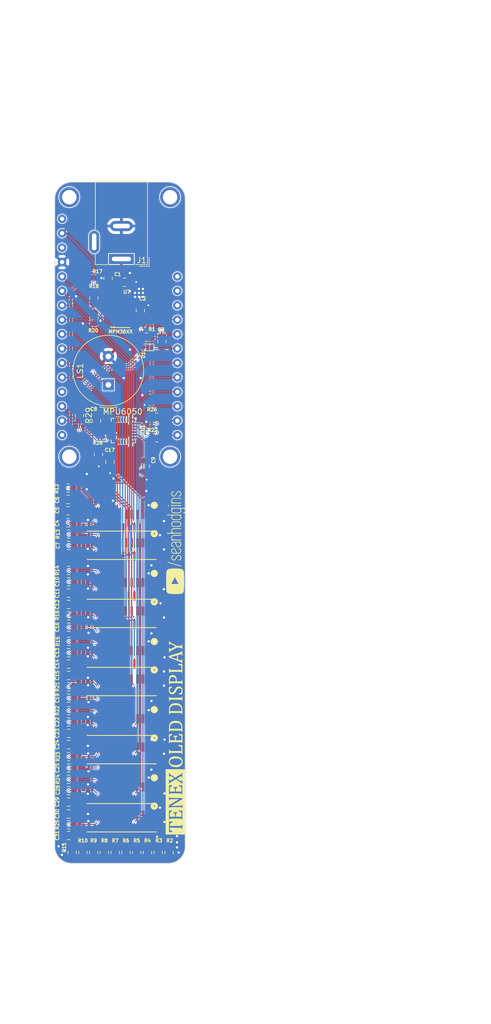
<source format=kicad_pcb>
(kicad_pcb (version 20221018) (generator pcbnew)
  (title_block (title "Sensory Adaptation Robot") (date "2016-03-10") (rev "0.1a") (company "Idle Hands Dev.") (comment 1 "Sean Hodgins"))
  (layers (0 "F.Cu" signal) (31 "B.Cu" signal) (34 "B.Paste" user) (35 "F.Paste" user) (36 "B.SilkS" user "B.Silkscreen") (37 "F.SilkS" user "F.Silkscreen") (38 "B.Mask" user) (39 "F.Mask" user) (44 "Edge.Cuts" user))
  (net 0 "")
  (net 1 "GND")
  (net 2 "+12V")
  (net 3 "+3V3")
  (net 4 "OLED_RST")
  (net 5 "Net-(C4-Pad1)")
  (net 6 "Net-(C7-Pad1)")
  (net 7 "Net-(C10-Pad1)")
  (net 8 "Net-(C13-Pad1)")
  (net 9 "Net-(C16-Pad1)")
  (net 10 "Net-(C19-Pad1)")
  (net 11 "Net-(C22-Pad1)")
  (net 12 "Net-(C25-Pad1)")
  (net 13 "Net-(C28-Pad1)")
  (net 14 "Net-(C31-Pad1)")
  (net 15 "BS1")
  (net 16 "BS2")
  (net 17 "DC")
  (net 18 "R-WR")
  (net 19 "E-RD")
  (net 20 "D3")
  (net 21 "D4")
  (net 22 "D5")
  (net 23 "D6")
  (net 24 "D7")
  (net 25 "Net-(R12-Pad1)")
  (net 26 "Net-(R13-Pad1)")
  (net 27 "Net-(R14-Pad1)")
  (net 28 "Net-(R15-Pad1)")
  (net 29 "Net-(R16-Pad1)")
  (net 30 "Net-(R17-Pad2)")
  (net 31 "Net-(R18-Pad2)")
  (net 32 "Net-(R19-Pad1)")
  (net 33 "Net-(R19-Pad2)")
  (net 34 "GNDA")
  (net 35 "Net-(R21-Pad1)")
  (net 36 "Net-(R22-Pad1)")
  (net 37 "Net-(R23-Pad1)")
  (net 38 "Net-(R24-Pad1)")
  (net 39 "Net-(R25-Pad1)")
  (net 40 "Net-(U2-Pad4)")
  (net 41 "CS0")
  (net 42 "SCK")
  (net 43 "MOSI")
  (net 44 "D2")
  (net 45 "Net-(U3-Pad4)")
  (net 46 "Net-(U4-Pad4)")
  (net 47 "Net-(U5-Pad4)")
  (net 48 "Net-(U6-Pad4)")
  (net 49 "Net-(U7-Pad4)")
  (net 50 "Net-(U7-Pad10)")
  (net 51 "Net-(U7-Pad11)")
  (net 52 "Net-(U8-Pad4)")
  (net 53 "Net-(U9-Pad4)")
  (net 54 "Net-(U10-Pad4)")
  (net 55 "Net-(U11-Pad4)")
  (net 56 "Net-(U12-Pad4)")
  (net 57 "CS1")
  (net 58 "CS2")
  (net 59 "CS3")
  (net 60 "CS4")
  (net 61 "CS5")
  (net 62 "CS6")
  (net 63 "CS7")
  (net 64 "CS8")
  (net 65 "CS9")
  (net 66 "Net-(U1-Pad28)")
  (net 67 "Net-(U1-Pad27)")
  (net 68 "Net-(U1-Pad26)")
  (net 69 "Net-(U1-Pad13)")
  (net 70 "Net-(U1-Pad3)")
  (net 71 "Net-(U1-Pad1)")
  (net 72 "Net-(J1-Pad3)")
  (net 73 "Net-(C9-Pad1)")
  (net 74 "Net-(C17-Pad1)")
  (net 75 "SCL")
  (net 76 "SDA")
  (net 77 "Net-(R28-Pad1)")
  (net 78 "ACC_INT")
  (net 79 "Net-(U13-Pad6)")
  (net 80 "Net-(U13-Pad7)")
  (net 81 "Net-(LS1-Pad1)")
  (net 82 "PIEZO")
  (net 83 "Net-(U1-Pad16)")
  (footprint "Capacitor_SMD:C_0805_2012Metric" (layer "F.Cu") (at 109.25 62.625)
    (fp_text reference "C1")
    (fp_text value "10uF")
  )
  (footprint "Capacitor_SMD:C_0805_2012Metric" (layer "F.Cu") (at 112.05 67.625 90)
    (fp_text reference "C2")
    (fp_text value "22uF")
  )
  (footprint "Capacitor_SMD:C_0805_2012Metric" (layer "F.Cu") (at 115.85 73.075 -90)
    (fp_text reference "C3")
    (fp_text value "0.1uF")
  )
  (footprint "Capacitor_SMD:C_0805_2012Metric" (layer "F.Cu") (at 99.3 105 180)
    (fp_text reference "C4")
    (fp_text value "4.7uF")
  )
  (footprint "Capacitor_SMD:C_0805_2012Metric" (layer "F.Cu") (at 99.3 102.9 180)
    (fp_text reference "C5")
    (fp_text value "10uF")
  )
  (footprint "Capacitor_SMD:C_0805_2012Metric" (layer "F.Cu") (at 99.3 100.9 180)
    (fp_text reference "C6")
    (fp_text value "0.1uF")
  )
  (footprint "Capacitor_SMD:C_0805_2012Metric" (layer "F.Cu") (at 99.4 109 180)
    (fp_text reference "C7")
    (fp_text value "4.7uF")
  )
  (footprint "Capacitor_SMD:C_0805_2012Metric" (layer "F.Cu") (at 99.4 115.4 180)
    (fp_text reference "C10")
    (fp_text value "4.7uF")
  )
  (footprint "Capacitor_SMD:C_0805_2012Metric" (layer "F.Cu") (at 99.4 117.4 180)
    (fp_text reference "C11")
    (fp_text value "10uF")
  )
  (footprint "Capacitor_SMD:C_0805_2012Metric" (layer "F.Cu") (at 99.4 119.4 180)
    (fp_text reference "C12")
    (fp_text value "0.1uF")
  )
  (footprint "Capacitor_SMD:C_0805_2012Metric" (layer "F.Cu") (at 99.4 127.9 180)
    (fp_text reference "C13")
    (fp_text value "4.7uF")
  )
  (footprint "Capacitor_SMD:C_0805_2012Metric" (layer "F.Cu") (at 99.4 129.9 180)
    (fp_text reference "C14")
    (fp_text value "10uF")
  )
  (footprint "Capacitor_SMD:C_0805_2012Metric" (layer "F.Cu") (at 99.4 131.9 180)
    (fp_text reference "C15")
    (fp_text value "0.1uF")
  )
  (footprint "Capacitor_SMD:C_0805_2012Metric" (layer "F.Cu") (at 99.4 123.4 180)
    (fp_text reference "C16")
    (fp_text value "4.7uF")
  )
  (footprint "Capacitor_SMD:C_0805_2012Metric" (layer "F.Cu") (at 99.4 135.9 180)
    (fp_text reference "C19")
    (fp_text value "4.7uF")
  )
  (footprint "Capacitor_SMD:C_0805_2012Metric" (layer "F.Cu") (at 99.4 140.1 180)
    (fp_text reference "C22")
    (fp_text value "4.7uF")
  )
  (footprint "Capacitor_SMD:C_0805_2012Metric" (layer "F.Cu") (at 99.4 142.1 180)
    (fp_text reference "C23")
    (fp_text value "10uF")
  )
  (footprint "Capacitor_SMD:C_0805_2012Metric" (layer "F.Cu") (at 99.4 144.1 180)
    (fp_text reference "C24")
    (fp_text value "0.1uF")
  )
  (footprint "Capacitor_SMD:C_0805_2012Metric" (layer "F.Cu") (at 99.4 148.2 180)
    (fp_text reference "C25")
    (fp_text value "4.7uF")
  )
  (footprint "Capacitor_SMD:C_0805_2012Metric" (layer "F.Cu") (at 99.4 152.2 180)
    (fp_text reference "C28")
    (fp_text value "4.7uF")
  )
  (footprint "Capacitor_SMD:C_0805_2012Metric" (layer "F.Cu") (at 99.4 154.2 180)
    (fp_text reference "C29")
    (fp_text value "10uF")
  )
  (footprint "Capacitor_SMD:C_0805_2012Metric" (layer "F.Cu") (at 99.4 156.3 180)
    (fp_text reference "C30")
    (fp_text value "0.1uF")
  )
  (footprint "Capacitor_SMD:C_0805_2012Metric" (layer "F.Cu") (at 99.4 160.1 180)
    (fp_text reference "C31")
    (fp_text value "4.7uF")
  )
  (footprint "Diode_SMD:D_SOD-523" (layer "F.Cu") (at 113.3 74.1 180)
    (fp_text reference "D1")
    (fp_text value "RB521S30T1G")
  )
  (footprint "Resistor_SMD:R_0805_2012Metric" (layer "F.Cu") (at 113.125 72.3 180)
    (fp_text reference "R1")
    (fp_text value "5.1K 1%")
  )
  (footprint "Resistor_SMD:R_0805_2012Metric" (layer "F.Cu") (at 117.1 163.1 -90)
    (fp_text reference "R2")
    (fp_text value "100K")
  )
  (footprint "Resistor_SMD:R_0805_2012Metric" (layer "F.Cu") (at 115.2 163.1 -90)
    (fp_text reference "R3")
    (fp_text value "100K")
  )
  (footprint "Resistor_SMD:R_0805_2012Metric" (layer "F.Cu") (at 113.3 163.1 -90)
    (fp_text reference "R4")
    (fp_text value "100K")
  )
  (footprint "Resistor_SMD:R_0805_2012Metric" (layer "F.Cu") (at 111.4 163.1 -90)
    (fp_text reference "R5")
    (fp_text value "100K")
  )
  (footprint "Resistor_SMD:R_0805_2012Metric" (layer "F.Cu") (at 109.5 163.1 -90)
    (fp_text reference "R6")
    (fp_text value "100K")
  )
  (footprint "Resistor_SMD:R_0805_2012Metric" (layer "F.Cu") (at 107.6 163.1 -90)
    (fp_text reference "R7")
    (fp_text value "100K")
  )
  (footprint "Resistor_SMD:R_0805_2012Metric" (layer "F.Cu") (at 105.7 163.1 -90)
    (fp_text reference "R8")
    (fp_text value "100K")
  )
  (footprint "Resistor_SMD:R_0805_2012Metric" (layer "F.Cu") (at 103.8 163.1 -90)
    (fp_text reference "R9")
    (fp_text value "100K")
  )
  (footprint "Resistor_SMD:R_0805_2012Metric" (layer "F.Cu") (at 101.9 163.1 -90)
    (fp_text reference "R10")
    (fp_text value "100K")
  )
  (footprint "Resistor_SMD:R_0805_2012Metric" (layer "F.Cu") (at 100 163.1 -90)
    (fp_text reference "R11")
    (fp_text value "100K")
  )
  (footprint "Resistor_SMD:R_0805_2012Metric" (layer "F.Cu") (at 99.3 98.9 180)
    (fp_text reference "R12")
    (fp_text value "910K 1%")
  )
  (footprint "Resistor_SMD:R_0805_2012Metric" (layer "F.Cu") (at 99.4 107 180)
    (fp_text reference "R13")
    (fp_text value "910K 1%")
  )
  (footprint "Resistor_SMD:R_0805_2012Metric" (layer "F.Cu") (at 99.4 113.4 180)
    (fp_text reference "R14")
    (fp_text value "910K 1%")
  )
  (footprint "Resistor_SMD:R_0805_2012Metric" (layer "F.Cu") (at 99.4 125.9 180)
    (fp_text reference "R15")
    (fp_text value "910K 1%")
  )
  (footprint "Resistor_SMD:R_0805_2012Metric" (layer "F.Cu") (at 99.4 121.4 180)
    (fp_text reference "R16")
    (fp_text value "910K 1%")
  )
  (footprint "Resistor_SMD:R_0805_2012Metric" (layer "F.Cu") (at 106.35 61.925 -90)
    (fp_text reference "R17")
    (fp_text value "100K")
  )
  (footprint "Resistor_SMD:R_0805_2012Metric" (layer "F.Cu") (at 103.85 65.425 -90)
    (fp_text reference "R18")
    (fp_text value "75K")
  )
  (footprint "Resistor_SMD:R_0805_2012Metric" (layer "F.Cu") (at 103.85 68.925 -90)
    (fp_text reference "R20")
    (fp_text value "24K")
  )
  (footprint "Resistor_SMD:R_0805_2012Metric" (layer "F.Cu") (at 99.4 133.9 180)
    (fp_text reference "R21")
    (fp_text value "910K 1%")
  )
  (footprint "Resistor_SMD:R_0805_2012Metric" (layer "F.Cu") (at 99.4 138.1 180)
    (fp_text reference "R22")
    (fp_text value "910K 1%")
  )
  (footprint "Resistor_SMD:R_0805_2012Metric" (layer "F.Cu") (at 99.4 146.2 180)
    (fp_text reference "R23")
    (fp_text value "910K 1%")
  )
  (footprint "Resistor_SMD:R_0805_2012Metric" (layer "F.Cu") (at 99.4 150.2 180)
    (fp_text reference "R24")
    (fp_text value "910K 1%")
  )
  (footprint "Resistor_SMD:R_0805_2012Metric" (layer "F.Cu") (at 99.4 158.2 180)
    (fp_text reference "R25")
    (fp_text value "910K 1%")
  )
  (footprint "project_footprints:FCI_62674-241121ALF" (layer "F.Cu") (at 114.5 108.3)
    (fp_text reference "U2" hide)
    (fp_text value "SSD1309_transparent_oled")
  )
  (footprint "project_footprints:FCI_62674-241121ALF" (layer "F.Cu") (at 114.5 113.3)
    (fp_text reference "U3" hide)
    (fp_text value "SSD1309_transparent_oled")
  )
  (footprint "project_footprints:FCI_62674-241121ALF" (layer "F.Cu") (at 114.5 120.3)
    (fp_text reference "U4" hide)
    (fp_text value "SSD1309_transparent_oled")
  )
  (footprint "project_footprints:FCI_62674-241121ALF" (layer "F.Cu") (at 114.5 132.3)
    (fp_text reference "U5" hide)
    (fp_text value "SSD1309_transparent_oled")
  )
  (footprint "project_footprints:MPM3606AGQV-Z" (layer "F.Cu") (at 108.55 67.925)
    (fp_text reference "U7")
    (fp_text value "MPM36XX")
  )
  (footprint "project_footprints:FCI_62674-241121ALF" (layer "F.Cu") (at 114.5 137.3)
    (fp_text reference "U8" hide)
    (fp_text value "SSD1309_transparent_oled")
  )
  (footprint "project_footprints:FCI_62674-241121ALF" (layer "F.Cu") (at 114.5 144.3)
    (fp_text reference "U9" hide)
    (fp_text value "SSD1309_transparent_oled")
  )
  (footprint "project_footprints:FCI_62674-241121ALF" (layer "F.Cu") (at 114.5 149.3)
    (fp_text reference "U10" hide)
    (fp_text value "SSD1309_transparent_oled")
  )
  (footprint "project_footprints:FCI_62674-241121ALF" (layer "F.Cu") (at 114.5 156.3)
    (fp_text reference "U11" hide)
    (fp_text value "SSD1309_transparent_oled")
  )
  (footprint "project_footprints:FCI_62674-241121ALF" (layer "F.Cu") (at 114.5 161.3)
    (fp_text reference "U12" hide)
    (fp_text value "SSD1309_transparent_oled")
  )
  (footprint "project_footprints:FCI_62674-241121ALF" (layer "F.Cu") (at 114.5 125.3)
    (fp_text reference "U6" hide)
    (fp_text value "SSD1309_transparent_oled")
  )
  (footprint "Connector_BarrelJack:BarrelJack_Wuerth_6941xx301002" (layer "F.Cu") (at 108.7 58.525 180)
    (fp_text reference "J1")
    (fp_text value "Barrel_Jack_Switch")
  )
  (footprint "Capacitor_SMD:C_0805_2012Metric" (layer "F.Cu") (at 104.3 87.075 90)
    (fp_text reference "C8")
    (fp_text value "0.1uF")
  )
  (footprint "Capacitor_SMD:C_0805_2012Metric" (layer "F.Cu") (at 112.925 95.025 -90)
    (fp_text reference "C9")
    (fp_text value "4.7uF")
  )
  (footprint "Capacitor_SMD:C_0805_2012Metric" (layer "F.Cu") (at 106.675 94.25 -90)
    (fp_text reference "C17")
    (fp_text value "0.1uF")
  )
  (footprint "Resistor_SMD:R_0805_2012Metric" (layer "F.Cu") (at 104.675 93 -90)
    (fp_text reference "R28")
    (fp_text value "4.7K")
  )
  (footprint "Sensor_Motion:InvenSense_QFN-24_4x4mm_P0.5mm" (layer "F.Cu") (at 109.05 88.775 -90)
    (fp_text reference "U13")
    (fp_text value "MPU-6050")
  )
  (footprint "Adafruit_FeatherWing:PCB_FeatherWing" (layer "F.Cu") (at 108.4 70.5 -90)
    (fp_text reference "U1")
    (fp_text value "feather")
  )
  (footprint "Resistor_SMD:R_0805_2012Metric" (layer "F.Cu") (at 114.95 90.025)
    (fp_text reference "R27")
    (fp_text value "4.7K")
  )
  (footprint "Resistor_SMD:R_0805_2012Metric" (layer "F.Cu") (at 114.925 86.425)
    (fp_text reference "R26")
    (fp_text value "4.7K")
  )
  (footprint "logos:tenex" (layer "F.Cu") (at 118.175 135.125 90)
    (fp_text reference "G***" hide)
    (fp_text value "LOGO" hide)
  )
  (footprint "logos:youtubesh" (layer "F.Cu") (at 118.175 103.925 90)
    (fp_text reference "G***" hide)
    (fp_text value "LOGO" hide)
  )
  (footprint "Buzzer_Beeper:Buzzer_TDK_PS1240P02BT_D12.2mm_H6.5mm" (layer "F.Cu") (at 106.4 80.7 90)
    (fp_text reference "LS1")
    (fp_text value "Speaker_Crystal")
  )
  (footprint "Resistor_SMD:R_0805_2012Metric" (layer "F.Cu") (at 101.3 86.1 -90)
    (fp_text reference "R29")
    (fp_text value "470R")
  )
  (gr_circle (center 111.2 86.625) (end 111.35 86.65) (stroke (width 0.15)) (fill none) (layer "F.SilkS"))
  (gr_line (start 97.63506 46.091741) (end 97.46236 46.32266) (stroke (width 0.1)) (layer "Edge.Cuts"))
  (gr_line (start 99.05788 45.13489) (end 98.78224 45.23578) (stroke (width 0.1)) (layer "Edge.Cuts"))
  (gr_line (start 119.9345 162.30673) (end 119.95 162) (stroke (width 0.1)) (layer "Edge.Cuts"))
  (gr_line (start 97.08489 47.10791) (end 97.01097 47.395391) (stroke (width 0.1)) (layer "Edge.Cuts"))
  (gr_line (start 117.55461 45.06097) (end 117.25673 45.0155) (stroke (width 0.1)) (layer "Edge.Cuts"))
  (gr_line (start 119.43764 163.67737) (end 119.58791 163.42999) (stroke (width 0.1)) (layer "Edge.Cuts"))
  (gr_line (start 119.26494 163.908261) (end 119.43764 163.67737) (stroke (width 0.1)) (layer "Edge.Cuts"))
  (gr_line (start 119.95 162) (end 119.95 48) (stroke (width 0.1)) (layer "Edge.Cuts"))
  (gr_line (start 98.27263 164.48764) (end 98.52001 164.63791) (stroke (width 0.1)) (layer "Edge.Cuts"))
  (gr_line (start 99.05788 164.86511) (end 99.34539 164.93903) (stroke (width 0.1)) (layer "Edge.Cuts"))
  (gr_line (start 98.52001 164.63791) (end 98.78224 164.76422) (stroke (width 0.1)) (layer "Edge.Cuts"))
  (gr_line (start 119.58791 163.42999) (end 119.71422 163.16776) (stroke (width 0.1)) (layer "Edge.Cuts"))
  (gr_line (start 119.07134 45.878661) (end 118.85826 45.685061) (stroke (width 0.1)) (layer "Edge.Cuts"))
  (gr_line (start 119.88903 162.604611) (end 119.9345 162.30673) (stroke (width 0.1)) (layer "Edge.Cuts"))
  (gr_line (start 118.62737 164.48764) (end 118.85826 164.31494) (stroke (width 0.1)) (layer "Edge.Cuts"))
  (gr_line (start 119.58791 46.570011) (end 119.43764 46.32266) (stroke (width 0.1)) (layer "Edge.Cuts"))
  (gr_line (start 119.81511 47.10791) (end 119.71422 46.832281) (stroke (width 0.1)) (layer "Edge.Cuts"))
  (gr_line (start 97.46236 163.67737) (end 97.63506 163.908261) (stroke (width 0.1)) (layer "Edge.Cuts"))
  (gr_line (start 118.62737 45.51236) (end 118.37999 45.362091) (stroke (width 0.1)) (layer "Edge.Cuts"))
  (gr_line (start 97.63506 163.908261) (end 97.82866 164.12134) (stroke (width 0.1)) (layer "Edge.Cuts"))
  (gr_line (start 118.37999 45.362091) (end 118.11776 45.23578) (stroke (width 0.1)) (layer "Edge.Cuts"))
  (gr_line (start 117.25673 45.0155) (end 116.95 45) (stroke (width 0.1)) (layer "Edge.Cuts"))
  (gr_line (start 118.37999 164.63791) (end 118.62737 164.48764) (stroke (width 0.1)) (layer "Edge.Cuts"))
  (gr_line (start 98.04174 164.31494) (end 98.27263 164.48764) (stroke (width 0.1)) (layer "Edge.Cuts"))
  (gr_line (start 119.95 48) (end 119.9345 47.69327) (stroke (width 0.1)) (layer "Edge.Cuts"))
  (gr_line (start 118.11776 164.76422) (end 118.37999 164.63791) (stroke (width 0.1)) (layer "Edge.Cuts"))
  (gr_line (start 96.9655 47.69327) (end 96.95 48) (stroke (width 0.1)) (layer "Edge.Cuts"))
  (gr_line (start 96.95 162) (end 96.9655 162.30673) (stroke (width 0.1)) (layer "Edge.Cuts"))
  (gr_line (start 118.85826 45.685061) (end 118.62737 45.51236) (stroke (width 0.1)) (layer "Edge.Cuts"))
  (gr_line (start 117.55461 164.93903) (end 117.84212 164.86511) (stroke (width 0.1)) (layer "Edge.Cuts"))
  (gr_line (start 97.46236 46.32266) (end 97.31209 46.570011) (stroke (width 0.1)) (layer "Edge.Cuts"))
  (gr_line (start 99.64327 45.0155) (end 99.34539 45.06097) (stroke (width 0.1)) (layer "Edge.Cuts"))
  (gr_line (start 119.88903 47.395391) (end 119.81511 47.10791) (stroke (width 0.1)) (layer "Edge.Cuts"))
  (gr_line (start 98.04174 45.685061) (end 97.82866 45.878661) (stroke (width 0.1)) (layer "Edge.Cuts"))
  (gr_line (start 119.9345 47.69327) (end 119.88903 47.395391) (stroke (width 0.1)) (layer "Edge.Cuts"))
  (gr_line (start 119.71422 46.832281) (end 119.58791 46.570011) (stroke (width 0.1)) (layer "Edge.Cuts"))
  (gr_line (start 119.71422 163.16776) (end 119.81511 162.89212) (stroke (width 0.1)) (layer "Edge.Cuts"))
  (gr_line (start 119.43764 46.32266) (end 119.26494 46.091741) (stroke (width 0.1)) (layer "Edge.Cuts"))
  (gr_line (start 97.18578 163.16776) (end 97.31209 163.42999) (stroke (width 0.1)) (layer "Edge.Cuts"))
  (gr_line (start 98.78224 164.76422) (end 99.05788 164.86511) (stroke (width 0.1)) (layer "Edge.Cuts"))
  (gr_line (start 98.52001 45.362091) (end 98.27263 45.51236) (stroke (width 0.1)) (layer "Edge.Cuts"))
  (gr_line (start 97.18578 46.832281) (end 97.08489 47.10791) (stroke (width 0.1)) (layer "Edge.Cuts"))
  (gr_line (start 117.25673 164.9845) (end 117.55461 164.93903) (stroke (width 0.1)) (layer "Edge.Cuts"))
  (gr_line (start 97.82866 45.878661) (end 97.63506 46.091741) (stroke (width 0.1)) (layer "Edge.Cuts"))
  (gr_line (start 98.27263 45.51236) (end 98.04174 45.685061) (stroke (width 0.1)) (layer "Edge.Cuts"))
  (gr_line (start 99.95 45) (end 99.64327 45.0155) (stroke (width 0.1)) (layer "Edge.Cuts"))
  (gr_line (start 118.11776 45.23578) (end 117.84212 45.13489) (stroke (width 0.1)) (layer "Edge.Cuts"))
  (gr_line (start 97.01097 162.604611) (end 97.08489 162.89212) (stroke (width 0.1)) (layer "Edge.Cuts"))
  (gr_line (start 116.95 45) (end 99.95 45) (stroke (width 0.1)) (layer "Edge.Cuts"))
  (gr_line (start 99.34539 164.93903) (end 99.64327 164.9845) (stroke (width 0.1)) (layer "Edge.Cuts"))
  (gr_line (start 97.82866 164.12134) (end 98.04174 164.31494) (stroke (width 0.1)) (layer "Edge.Cuts"))
  (gr_line (start 97.01097 47.395391) (end 96.9655 47.69327) (stroke (width 0.1)) (layer "Edge.Cuts"))
  (gr_line (start 96.95 48) (end 96.95 48) (stroke (width 0.1)) (layer "Edge.Cuts"))
  (gr_line (start 96.9655 162.30673) (end 97.01097 162.604611) (stroke (width 0.1)) (layer "Edge.Cuts"))
  (gr_line (start 98.78224 45.23578) (end 98.52001 45.362091) (stroke (width 0.1)) (layer "Edge.Cuts"))
  (gr_line (start 119.07134 164.12134) (end 119.26494 163.908261) (stroke (width 0.1)) (layer "Edge.Cuts"))
  (gr_line (start 97.31209 46.570011) (end 97.18578 46.832281) (stroke (width 0.1)) (layer "Edge.Cuts"))
  (gr_line (start 96.95 48) (end 96.95 162) (stroke (width 0.1)) (layer "Edge.Cuts"))
  (gr_line (start 118.85826 164.31494) (end 119.07134 164.12134) (stroke (width 0.1)) (layer "Edge.Cuts"))
  (gr_line (start 97.31209 163.42999) (end 97.46236 163.67737) (stroke (width 0.1)) (layer "Edge.Cuts"))
  (gr_line (start 99.95 165) (end 116.95 165) (stroke (width 0.1)) (layer "Edge.Cuts"))
  (gr_line (start 119.26494 46.091741) (end 119.07134 45.878661) (stroke (width 0.1)) (layer "Edge.Cuts"))
  (gr_line (start 99.34539 45.06097) (end 99.05788 45.13489) (stroke (width 0.1)) (layer "Edge.Cuts"))
  (gr_line (start 97.08489 162.89212) (end 97.18578 163.16776) (stroke (width 0.1)) (layer "Edge.Cuts"))
  (gr_line (start 117.84212 164.86511) (end 118.11776 164.76422) (stroke (width 0.1)) (layer "Edge.Cuts"))
  (gr_line (start 117.84212 45.13489) (end 117.55461 45.06097) (stroke (width 0.1)) (layer "Edge.Cuts"))
  (gr_line (start 116.95 165) (end 117.25673 164.9845) (stroke (width 0.1)) (layer "Edge.Cuts"))
  (gr_line (start 99.64327 164.9845) (end 99.95 165) (stroke (width 0.1)) (layer "Edge.Cuts"))
  (gr_line (start 119.81511 162.89212) (end 119.88903 162.604611) (stroke (width 0.1)) (layer "Edge.Cuts"))
  (gr_text "MPU6050" (at 108.925 85.425) (layer "F.SilkS") (effects (font (size 1 1))))
  (segment (start 98.3875 161.7125) (end 98.3875 162.4) (width 0.4) (layer "F.Cu") (net 1))
  (segment (start 98.69375 162.70625) (end 100 164.0125) (width 0.4) (layer "F.Cu") (net 1))
  (segment (start 110.2 62.625) (end 111.25 62.625) (width 0.2) (layer "F.Cu") (net 1))
  (segment (start 112.925 97.15) (end 112.925 95.975) (width 0.2) (layer "F.Cu") (net 1))
  (segment (start 111.9 84.25) (end 110.3 85.85) (width 0.2) (layer "F.Cu") (net 1))
  (segment (start 114.5 104.259) (end 113.992 104.767) (width 0.4) (layer "F.Cu") (net 1))
  (segment (start 102.9938 157.6688) (end 102.875 157.55) (width 0.4) (layer "F.Cu") (net 1))
  (segment (start 106.025 89.525) (end 105.9 89.65) (width 0.2) (layer "F.Cu") (net 1))
  (segment (start 114.5 128.209) (end 113.992 128.717) (width 0.4) (layer "F.Cu") (net 1))
  (segment (start 114.5 132.5248) (end 114.5 131.716) (width 0.4) (layer "F.Cu") (net 1))
  (segment (start 115.5 107.2) (end 114 107.2) (width 0.4) (layer "F.Cu") (net 1))
  (segment (start 102.9938 122.9124) (end 102.9938 121.7938) (width 0.4) (layer "F.Cu") (net 1))
  (segment (start 106.675 96.225) (end 106.7 96.25) (width 0.2) (layer "F.Cu") (net 1))
  (segment (start 113.5094 103.5248) (end 113.5094 104.2844) (width 0.4) (layer "F.Cu") (net 1))
  (segment (start 114.1 119.2) (end 113.992 119.308) (width 0.4) (layer "F.Cu") (net 1))
  (segment (start 102.9938 128.7438) (end 102.775 128.525) (width 0.4) (layer "F.Cu") (net 1))
  (segment (start 102.9938 133.7938) (end 102.825 133.625) (width 0.4) (layer "F.Cu") (net 1))
  (segment (start 113.5094 139.5248) (end 113.5094 140.3344) (width 0.4) (layer "F.Cu") (net 1))
  (segment (start 113.5094 127.5248) (end 113.5094 128.2344) (width 0.4) (layer "F.Cu") (net 1))
  (segment (start 114.5 131.716) (end 113.992 131.208) (width 0.4) (layer "F.Cu") (net 1))
  (segment (start 113.5094 144.5248) (end 113.5094 145.4094) (width 0.4) (layer "F.Cu") (net 1))
  (segment (start 113.992 107.208) (end 113.992 105.9124) (width 0.4) (layer "F.Cu") (net 1))
  (segment (start 114.009 128.7) (end 113.992 128.717) (width 0.4) (layer "F.Cu") (net 1))
  (segment (start 98.3875 162.4) (end 98.69375 162.70625) (width 0.4) (layer "F.Cu") (net 1))
  (segment (start 102.9938 153.9124) (end 102.9938 152.9688) (width 0.4) (layer "F.Cu") (net 1))
  (segment (start 114.5 127.5248) (end 114.5 128.209) (width 0.4) (layer "F.Cu") (net 1))
  (segment (start 114.034 116.7) (end 113.992 116.742) (width 0.4) (layer "F.Cu") (net 1))
  (segment (start 113.175 97.4) (end 112.925 97.15) (width 0.2) (layer "F.Cu") (net 1))
  (segment (start 113.5094 132.5248) (end 113.5094 131.6906) (width 0.4) (layer "F.Cu") (net 1))
  (segment (start 110.3 85.85) (end 110.3 86.825) (width 0.2) (layer "F.Cu") (net 1))
  (segment (start 113.5094 140.3344) (end 113.992 140.817) (width 0.4) (layer "F.Cu") (net 1))
  (segment (start 113.5094 104.2844) (end 113.992 104.767) (width 0.4) (layer "F.Cu") (net 1))
  (segment (start 102.9938 129.9124) (end 102.9938 128.7438) (width 0.4) (layer "F.Cu") (net 1))
  (segment (start 113.992 131.208) (end 113.992 129.9124) (width 0.4) (layer "F.Cu") (net 1))
  (segment (start 98.3875 98.9) (end 98.3875 161.7125) (width 0.4) (layer "F.Cu") (net 1))
  (segment (start 112.05 66.675) (end 113.45 66.675) (width 0.2) (layer "F.Cu") (net 1))
  (segment (start 102.9938 134.9124) (end 102.9938 133.7938) (width 0.4) (layer "F.Cu") (net 1))
  (segment (start 102.9938 141.9124) (end 102.9938 140.8688) (width 0.4) (layer "F.Cu") (net 1))
  (segment (start 102.9938 121.7938) (end 102.85 121.65) (width 0.4) (layer "F.Cu") (net 1))
  (segment (start 111.75 66.375) (end 112.05 66.675) (width 0.2) (layer "F.Cu") (net 1))
  (segment (start 114.5 108.5248) (end 114.5 109.209) (width 0.4) (layer "F.Cu") (net 1))
  (segment (start 102.9938 146.9124) (end 102.9938 145.7938) (width 0.4) (layer "F.Cu") (net 1))
  (segment (start 113.5094 116.2594) (end 113.992 116.742) (width 0.4) (layer "F.Cu") (net 1))
  (segment (start 109.994 66.375) (end 111.75 66.375) (width 0.2) (layer "F.Cu") (net 1))
  (segment (start 114.5 132.5248) (end 114.5 133.284) (width 0.4) (layer "F.Cu") (net 1))
  (segment (start 111.25 62.625) (end 111.3 62.575) (width 0.2) (layer "F.Cu") (net 1))
  (segment (start 113.5094 133.3094) (end 113.992 133.792) (width 0.4) (layer "F.Cu") (net 1))
  (segment (start 102.9938 116.7688) (end 102.825 116.6) (width 0.4) (layer "F.Cu") (net 1))
  (segment (start 113.5094 108.5248) (end 113.5094 107.6906) (width 0.4) (layer "F.Cu") (net 1))
  (segment (start 114.5 121.184) (end 113.992 121.692) (width 0.4) (layer "F.Cu") (net 1))
  (segment (start 102.9938 117.9124) (end 102.9938 116.7688) (width 0.4) (layer "F.Cu") (net 1))
  (segment (start 114.5 133.284) (end 113.992 133.792) (width 0.4) (layer "F.Cu") (net 1))
  (segment (start 114.5 109.209) (end 113.992 109.717) (width 0.4) (layer "F.Cu") (net 1))
  (segment (start 113.5094 157.2594) (end 113.992 157.742) (width 0.2) (layer "F.Cu") (net 1))
  (segment (start 114.5 108.5248) (end 114.5 107.716) (width 0.4) (layer "F.Cu") (net 1))
  (segment (start 114.5 103.5248) (end 114.5 104.259) (width 0.4) (layer "F.Cu") (net 1))
  (segment (start 114.059 104.7) (end 113.992 104.767) (width 0.4) (layer "F.Cu") (net 1))
  (segment (start 113.5094 131.6906) (end 113.992 131.208) (width 0.4) (layer "F.Cu") (net 1))
  (segment (start 113.992 109.717) (end 113.992 110.9124) (width 0.4) (layer "F.Cu") (net 1))
  (segment (start 113.5094 120.5248) (end 113.5094 119.7906) (width 0.4) (layer "F.Cu") (net 1))
  (segment (start 106.675 95.2) (end 106.675 96.225) (width 0.2) (layer "F.Cu") (net 1))
  (segment (start 113.992 140.817) (end 113.992 141.9124) (width 0.4) (layer "F.Cu") (net 1))
  (segment (start 113.5094 132.5248) (end 113.5094 133.3094) (width 0.4) (layer "F.Cu") (net 1))
  (segment (start 114.5 107.716) (end 113.992 107.208) (width 0.4) (layer "F.Cu") (net 1))
  (segment (start 113.5094 115.5248) (end 113.5094 116.2594) (width 0.4) (layer "F.Cu") (net 1))
  (segment (start 113.992 119.308) (end 113.992 117.9124) (width 0.4) (layer "F.Cu") (net 1))
  (segment (start 114.5 115.5248) (end 114.5 116.234) (width 0.4) (layer "F.Cu") (net 1))
  (segment (start 113.992 133.792) (end 113.992 134.9124) (width 0.4) (layer "F.Cu") (net 1))
  (segment (start 100 164.0125) (end 117.1 164.0125) (width 0.4) (layer "F.Cu") (net 1))
  (segment (start 113.5094 156.5248) (end 113.5094 157.2594) (width 0.2) (layer "F.Cu") (net 1))
  (segment (start 102.9938 145.7938) (end 102.825 145.625) (width 0.4) (layer "F.Cu") (net 1))
  (segment (start 113.5094 108.5248) (end 113.5094 109.2344) (width 0.4) (layer "F.Cu") (net 1))
  (segment (start 116.192 131.208) (end 116.2 131.2) (width 0.4) (layer "F.Cu") (net 1))
  (segment (start 113.5094 121.2094) (end 113.992 121.692) (width 0.4) (layer "F.Cu") (net 1))
  (segment (start 107.1 89.525) (end 106.025 89.525) (width 0.2) (layer "F.Cu") (net 1))
  (segment (start 113.5094 128.2344) (end 113.992 128.717) (width 0.4) (layer "F.Cu") (net 1))
  (segment (start 116.2 104.7) (end 114.059 104.7) (width 0.4) (layer "F.Cu") (net 1))
  (segment (start 102.9938 140.8688) (end 102.775 140.65) (width 0.4) (layer "F.Cu") (net 1))
  (segment (start 113.992 145.892) (end 113.992 146.9124) (width 0.4) (layer "F.Cu") (net 1))
  (segment (start 113.992 131.208) (end 116.192 131.208) (width 0.4) (layer "F.Cu") (net 1))
  (segment (start 113.5094 107.6906) (end 113.992 107.208) (width 0.4) (layer "F.Cu") (net 1))
  (segment (start 113.5094 145.4094) (end 113.992 145.892) (width 0.4) (layer "F.Cu") (net 1))
  (segment (start 102.9938 110.9124) (end 102.9938 109.8188) (width 0.4) (layer "F.Cu") (net 1))
  (segment (start 116.2 116.7) (end 114.034 116.7) (width 0.4) (layer "F.Cu") (net 1))
  (segment (start 114.5 145.384) (end 113.992 145.892) (width 0.4) (layer "F.Cu") (net 1))
  (segment (start 114.5 144.5248) (end 114.5 145.384) (width 0.4) (layer "F.Cu") (net 1))
  (segment (start 113.5094 119.7906) (end 113.992 119.308) (width 0.4) (layer "F.Cu") (net 1))
  (segment (start 114.5 139.5248) (end 114.5 140.309) (width 0.4) (layer "F.Cu") (net 1))
  (segment (start 114.5 119.816) (end 113.992 119.308) (width 0.4) (layer "F.Cu") (net 1))
  (segment (start 114.5 116.234) (end 113.992 116.742) (width 0.4) (layer "F.Cu") (net 1))
  (segment (start 114.5 120.5248) (end 114.5 119.816) (width 0.4) (layer "F.Cu") (net 1))
  (segment (start 113.992 104.767) (end 113.992 105.9124) (width 0.4) (layer "F.Cu") (net 1))
  (segment (start 102.9938 152.9688) (end 102.775 152.75) (width 0.4) (layer "F.Cu") (net 1))
  (segment (start 114.5 120.5248) (end 114.5 121.184) (width 0.4) (layer "F.Cu") (net 1))
  (segment (start 112.8 84.25) (end 111.9 84.25) (width 0.2) (layer "F.Cu") (net 1))
  (segment (start 102.9938 158.9124) (end 102.9938 157.6688) (width 0.4) (layer "F.Cu") (net 1))
  (segment (start 113.992 121.692) (end 113.992 122.9124) (width 0.4) (layer "F.Cu") (net 1))
  (segment (start 113.5094 120.5248) (end 113.5094 121.2094) (width 0.4) (layer "F.Cu") (net 1))
  (segment (start 115.6 119.2) (end 114.1 119.2) (width 0.4) (layer "F.Cu") (net 1))
  (segment (start 104.675 95.025) (end 104.7 95.05) (width 0.2) (layer "F.Cu") (net 1))
  (segment (start 113.992 157.742) (end 113.992 158.9124) (width 0.2) (layer "F.Cu") (net 1))
  (segment (start 116.3 128.7) (end 114.009 128.7) (width 0.4) (layer "F.Cu") (net 1))
  (segment (start 113.5094 109.2344) (end 113.992 109.717) (width 0.4) (layer "F.Cu") (net 1))
  (segment (start 113.992 128.717) (end 113.992 129.9124) (width 0.4) (layer "F.Cu") (net 1))
  (segment (start 113.992 116.742) (end 113.992 117.9124) (width 0.4) (layer "F.Cu") (net 1))
  (segment (start 114 107.2) (end 113.992 107.208) (width 0.4) (layer "F.Cu") (net 1))
  (segment (start 102.9938 109.8188) (end 102.775 109.6) (width 0.4) (layer "F.Cu") (net 1))
  (segment (start 114.5 140.309) (end 113.992 140.817) (width 0.4) (layer "F.Cu") (net 1))
  (segment (start 102.9938 104.6938) (end 102.8 104.5) (width 0.4) (layer "F.Cu") (net 1))
  (segment (start 104.675 93.9125) (end 104.675 95.025) (width 0.2) (layer "F.Cu") (net 1))
  (segment (start 102.9938 105.9124) (end 102.9938 104.6938) (width 0.4) (layer "F.Cu") (net 1))
  (via (at 107.2 101.1) (size 0.6) (drill 0.4) (layers "F.Cu" "B.Cu") (net 1))
  (via (at 116.3 152.7) (size 0.6) (drill 0.4) (layers "F.Cu" "B.Cu") (net 1))
  (via (at 111.3 62.575) (size 0.4) (drill 0.3) (layers "F.Cu" "B.Cu") (net 1))
  (via (at 102.8 127) (size 0.6) (drill 0.4) (layers "F.Cu" "B.Cu") (net 1))
  (via (at 118.8 163.1) (size 0.6) (drill 0.4) (layers "F.Cu" "B.Cu") (net 1))
  (via (at 112.1 79.5) (size 0.6) (drill 0.4) (layers "F.Cu" "B.Cu") (net 1))
  (via (at 112.5 65.2) (size 0.6) (drill 0.4) (layers "F.Cu" "B.Cu") (net 1))
  (via (at 102.9 148.8) (size 0.6) (drill 0.4) (layers "F.Cu" "B.Cu") (net 1))
  (via (at 116.3 143.2) (size 0.6) (drill 0.4) (layers "F.Cu" "B.Cu") (net 1))
  (via (at 113.5 101.9) (size 0.6) (drill 0.4) (layers "F.Cu" "B.Cu") (net 1))
  (via (at 110.2 61) (size 0.6) (drill 0.4) (layers "F.Cu" "B.Cu") (net 1))
  (via (at 102.775 140.65) (size 0.6) (drill 0.4) (layers "F.Cu" "B.Cu") (net 1))
  (via (at 107.3 97.2) (size 0.6) (drill 0.4) (layers "F.Cu" "B.Cu") (net 1))
  (via (at 102.8 139.2) (size 0.6) (drill 0.4) (layers "F.Cu" "B.Cu") (net 1))
  (via (at 97.6 162) (size 0.6) (drill 0.4) (layers "F.Cu" "B.Cu") (net 1))
  (via (at 113.175 97.4) (size 0.5) (drill 0.3) (layers "F.Cu" "B.Cu") (net 1))
  (via (at 102.8 144.3) (size 0.6) (drill 0.4) (layers "F.Cu" "B.Cu") (net 1))
  (via (at 114 143.2) (size 0.6) (drill 0.4) (layers "F.Cu" "B.Cu") (net 1))
  (via (at 102.775 152.75) (size 0.6) (drill 0.4) (layers "F.Cu" "B.Cu") (net 1))
  (via (at 102.85 121.65) (size 0.6) (drill 0.4) (layers "F.Cu" "B.Cu") (net 1))
  (via (at 109.1 79.5) (size 0.6) (drill 0.4) (layers "F.Cu" "B.Cu") (net 1))
  (via (at 118.5 162.2) (size 0.6) (drill 0.4) (layers "F.Cu" "B.Cu") (net 1))
  (via (at 102.8 112.6) (size 0.6) (drill 0.4) (layers "F.Cu" "B.Cu") (net 1))
  (via (at 102.9 124.4) (size 0.6) (drill 0.4) (layers "F.Cu" "B.Cu") (net 1))
  (via (at 114 136.4) (size 0.6) (drill 0.4) (layers "F.Cu" "B.Cu") (net 1))
  (via (at 116.2 121.7) (size 0.6) (drill 0.4) (layers "F.Cu" "B.Cu") (net 1))
  (via (at 114.5 101.9) (size 0.6) (drill 0.4) (layers "F.Cu" "B.Cu") (net 1))
  (via (at 100.7 65.1) (size 0.6) (drill 0.4) (layers "F.Cu" "B.Cu") (net 1))
  (via (at 106.7 96.25) (size 0.5) (drill 0.3) (layers "F.Cu" "B.Cu") (net 1))
  (via (at 114.5 125.9) (size 0.6) (drill 0.4) (layers "F.Cu" "B.Cu") (net 1))
  (via (at 111.1 64.5) (size 0.6) (drill 0.4) (layers "F.Cu" "B.Cu") (net 1))
  (via (at 116.3 128.7) (size 0.6) (drill 0.4) (layers "F.Cu" "B.Cu") (net 1))
  (via (at 102.8 156.3) (size 0.6) (drill 0.4) (layers "F.Cu" "B.Cu") (net 1))
  (via (at 98.3875 161.7125) (size 0.6) (drill 0.4) (layers "F.Cu" "B.Cu") (net 1))
  (via (at 112.4 82.5) (size 0.6) (drill 0.4) (layers "F.Cu" "B.Cu") (net 1))
  (via (at 102.825 133.625) (size 0.6) (drill 0.4) (layers "F.Cu" "B.Cu") (net 1))
  (via (at 104.7 95.05) (size 0.5) (drill 0.3) (layers "F.Cu" "B.Cu") (net 1))
  (via (at 113.45 66.675) (size 0.4) (drill 0.3) (layers "F.Cu" "B.Cu") (net 1))
  (via (at 113.5 138) (size 0.6) (drill 0.4) (layers "F.Cu" "B.Cu") (net 1))
  (via (at 102.9 136.6) (size 0.6) (drill 0.4) (layers "F.Cu" "B.Cu") (net 1))
  (via (at 116.2 131.2) (size 0.6) (drill 0.4) (layers "F.Cu" "B.Cu") (net 1))
  (via (at 102.6 99.1) (size 0.6) (drill 0.4) (layers "F.Cu" "B.Cu") (net 1))
  (via (at 110.2 64.2) (size 0.6) (drill 0.4) (layers "F.Cu" "B.Cu") (net 1))
  (via (at 112.5 63.8) (size 0.6) (drill 0.4) (layers "F.Cu" "B.Cu") (net 1))
  (via (at 113.5 125.9) (size 0.6) (drill 0.4) (layers "F.Cu" "B.Cu") (net 1))
  (via (at 116.2 116.7) (size 0.6) (drill 0.4) (layers "F.Cu" "B.Cu") (net 1))
  (via (at 111.1 65.2) (size 0.6) (drill 0.4) (layers "F.Cu" "B.Cu") (net 1))
  (via (at 118.5 161.3) (size 0.6) (drill 0.4) (layers "F.Cu" "B.Cu") (net 1))
  (via (at 114 148.5) (size 0.6) (drill 0.4) (layers "F.Cu" "B.Cu") (net 1))
  (via (at 102.875 157.55) (size 0.6) (drill 0.4) (layers "F.Cu" "B.Cu") (net 1))
  (via (at 114.8 88.3) (size 0.6) (drill 0.4) (layers "F.Cu" "B.Cu") (net 1))
  (via (at 98.2 163.5) (size 0.6) (drill 0.4) (layers "F.Cu" "B.Cu") (net 1))
  (via (at 114.5 138) (size 0.6) (drill 0.4) (layers "F.Cu" "B.Cu") (net 1))
  (via (at 116.2 133.7) (size 0.6) (drill 0.4) (layers "F.Cu" "B.Cu") (net 1))
  (via (at 111.8 63.8) (size 0.6) (drill 0.4) (layers "F.Cu" "B.Cu") (net 1))
  (via (at 112.8 84.25) (size 0.5) (drill 0.3) (layers "F.Cu" "B.Cu") (net 1))
  (via (at 115.5 107.2) (size 0.6) (drill 0.4) (layers "F.Cu" "B.Cu") (net 1))
  (via (at 114 124.5) (size 0.6) (drill 0.4) (layers "F.Cu" "B.Cu") (net 1))
  (via (at 102.8 151.1) (size 0.6) (drill 0.4) (layers "F.Cu" "B.Cu") (net 1))
  (via (at 105.2 61.9) (size 0.6) (drill 0.4) (layers "F.Cu" "B.Cu") (net 1))
  (via (at 114.5 149.9) (size 0.6) (drill 0.4) (layers "F.Cu" "B.Cu") (net 1))
  (via (at 111.8 65.2) (size 0.6) (drill 0.4) (layers "F.Cu" "B.Cu") (net 1))
  (via (at 113.5 113.9) (size 0.6) (drill 0.4) (layers "F.Cu" "B.Cu") (net 1))
  (via (at 116.2 145.7) (size 0.6) (drill 0.4) (layers "F.Cu" "B.Cu") (net 1))
  (via (at 115.6 119.2) (size 0.6) (drill 0.4) (layers "F.Cu" "B.Cu") (net 1))
  (via (at 116.2 109.7) (size 0.6) (drill 0.4) (layers "F.Cu" "B.Cu") (net 1))
  (via (at 98.69375 162.70625) (size 0.6) (drill 0.4) (layers "F.Cu" "B.Cu") (net 1))
  (via (at 102.775 128.525) (size 0.6) (drill 0.4) (layers "F.Cu" "B.Cu") (net 1))
  (via (at 111.8 64.5) (size 0.6) (drill 0.4) (layers "F.Cu" "B.Cu") (net 1))
  (via (at 114.5 113.9) (size 0.6) (drill 0.4) (layers "F.Cu" "B.Cu") (net 1))
  (via (at 113.1 99.4) (size 0.6) (drill 0.4) (layers "F.Cu" "B.Cu") (net 1))
  (via (at 115 160.3) (size 0.6) (drill 0.4) (layers "F.Cu" "B.Cu") (net 1))
  (via (at 102.775 109.6) (size 0.6) (drill 0.4) (layers "F.Cu" "B.Cu") (net 1))
  (via (at 118.5 160.2) (size 0.6) (drill 0.4) (layers "F.Cu" "B.Cu") (net 1))
  (via (at 116.2 104.7) (size 0.6) (drill 0.4) (layers "F.Cu" "B.Cu") (net 1))
  (via (at 102.8 114.1) (size 0.6) (drill 0.4) (layers "F.Cu" "B.Cu") (net 1))
  (via (at 105.9 89.65) (size 0.5) (drill 0.3) (layers "F.Cu" "B.Cu") (net 1))
  (via (at 102.825 116.6) (size 0.6) (drill 0.4) (layers "F.Cu" "B.Cu") (net 1))
  (via (at 102.825 145.625) (size 0.6) (drill 0.4) (layers "F.Cu" "B.Cu") (net 1))
  (via (at 113.1 87.2) (size 0.6) (drill 0.4) (layers "F.Cu" "B.Cu") (net 1))
  (via (at 105 69.4) (size 0.6) (drill 0.4) (layers "F.Cu" "B.Cu") (net 1))
  (via (at 110.2 74.5) (size 0.6) (drill 0.4) (layers "F.Cu" "B.Cu") (net 1))
  (via (at 114 112.5) (size 0.6) (drill 0.4) (layers "F.Cu" "B.Cu") (net 1))
  (via (at 116.3 157.7) (size 0.6) (drill 0.4) (layers "F.Cu" "B.Cu") (net 1))
  (via (at 115.5 155.2) (size 0.6) (drill 0.4) (layers "F.Cu" "B.Cu") (net 1))
  (via (at 113.5 149.9) (size 0.6) (drill 0.4) (layers "F.Cu" "B.Cu") (net 1))
  (via (at 102.8 104.5) (size 0.6) (drill 0.4) (layers "F.Cu" "B.Cu") (net 1))
  (via (at 101.9 69.9) (size 0.6) (drill 0.4) (layers "F.Cu" "B.Cu") (net 1))
  (via (at 102.6 96.4) (size 0.6) (drill 0.4) (layers "F.Cu" "B.Cu") (net 1))
  (via (at 112.5 64.5) (size 0.6) (drill 0.4) (layers "F.Cu" "B.Cu") (net 1))
  (via (at 102.8 132.3) (size 0.6) (drill 0.4) (layers "F.Cu" "B.Cu") (net 1))
  (segment (start 108.3 61.05) (end 108.3 62.625) (width 0.4) (layer "F.Cu") (net 2))
  (segment (start 101.35 155.3) (end 100.35 156.3) (width 0.4) (layer "F.Cu") (net 2))
  (segment (start 103.5018 120.5248) (end 103.5018 120.0518) (width 0.4) (layer "F.Cu") (net 2))
  (segment (start 102.8 155.3) (end 101.35 155.3) (width 0.4) (layer "F.Cu") (net 2))
  (segment (start 106.35 61.0125) (end 108.2625 61.0125) (width 0.4) (layer "F.Cu") (net 2))
  (segment (start 100.55 119.2) (end 100.35 119.4) (width 0.4) (layer "F.Cu") (net 2))
  (segment (start 102.9 131.25) (end 101 131.25) (width 0.4) (layer "F.Cu") (net 2))
  (segment (start 108.7 58.525) (end 108.7 60.575) (width 0.4) (layer "F.Cu") (net 2))
  (segment (start 100.25 102.9) (end 100.25 100.9) (width 0.4) (layer "F.Cu") (net 2))
  (segment (start 108.7 60.575) (end 108.2625 61.0125) (width 0.4) (layer "F.Cu") (net 2))
  (segment (start 108.3 65.671) (end 108.3 62.625) (width 0.2) (layer "F.Cu") (net 2))
  (segment (start 100.35 154.2) (end 100.35 156.3) (width 0.4) (layer "F.Cu") (net 2))
  (segment (start 103.4 100.9) (end 103.5018 101.0018) (width 0.4) (layer "F.Cu") (net 2))
  (segment (start 99.8 64.225) (end 99.8 89.55) (width 0.4) (layer "F.Cu") (net 2))
  (segment (start 100.35 129.9) (end 100.35 131.9) (width 0.4) (layer "F.Cu") (net 2))
  (segment (start 100.35 117.4) (end 100.35 119.4) (width 0.4) (layer "F.Cu") (net 2))
  (segment (start 103.5018 156.0018) (end 102.8 155.3) (width 0.4) (layer "F.Cu") (net 2))
  (segment (start 100.25 100.9) (end 103.4 100.9) (width 0.4) (layer "F.Cu") (net 2))
  (segment (start 103.5018 132.5248) (end 103.5018 131.8518) (width 0.4) (layer "F.Cu") (net 2))
  (segment (start 103.0125 61.0125) (end 99.8 64.225) (width 0.4) (layer "F.Cu") (net 2))
  (segment (start 101 131.25) (end 100.35 131.9) (width 0.4) (layer "F.Cu") (net 2))
  (segment (start 103.5018 156.5248) (end 103.5018 156.0018) (width 0.4) (layer "F.Cu") (net 2))
  (segment (start 103.5018 144.5248) (end 103.5018 143.9768) (width 0.4) (layer "F.Cu") (net 2))
  (segment (start 103.5018 120.0518) (end 102.65 119.2) (width 0.4) (layer "F.Cu") (net 2))
  (segment (start 103.5018 103.5248) (end 103.5018 156.5248) (width 0.2) (layer "F.Cu") (net 2))
  (segment (start 100.35 142.1) (end 100.35 144.1) (width 0.4) (layer "F.Cu") (net 2))
  (segment (start 101.9 99.4) (end 103.5018 101.0018) (width 0.4) (layer "F.Cu") (net 2))
  (segment (start 103.5018 131.8518) (end 102.9 131.25) (width 0.4) (layer "F.Cu") (net 2))
  (segment (start 103.5018 101.0018) (end 103.5018 103.5248) (width 0.4) (layer "F.Cu") (net 2))
  (segment (start 108.2625 61.0125) (end 108.3 61.05) (width 0.4) (layer "F.Cu") (net 2))
  (segment (start 106.35 61.0125) (end 103.0125 61.0125) (width 0.4) (layer "F.Cu") (net 2))
  (segment (start 103.5018 143.9768) (end 102.775 143.25) (width 0.4) (layer "F.Cu") (net 2))
  (segment (start 102.65 119.2) (end 100.55 119.2) (width 0.4) (layer "F.Cu") (net 2))
  (segment (start 101.2 143.25) (end 100.35 144.1) (width 0.4) (layer "F.Cu") (net 2))
  (segment (start 101.9 91.65) (end 101.9 99.4) (width 0.4) (layer "F.Cu") (net 2))
  (segment (start 99.8 89.55) (end 101.9 91.65) (width 0.4) (layer "F.Cu") (net 2))
  (segment (start 102.775 143.25) (end 101.2 143.25) (width 0.4) (layer "F.Cu") (net 2))
  (segment (start 114.9 52.6) (end 112.35 50.05) (width 0.4) (layer "F.Cu") (net 3))
  (segment (start 113.3 68.575) (end 114.0375 69.3125) (width 0.4) (layer "F.Cu") (net 3))
  (segment (start 106.7441 98.0191) (end 103.625 94.9) (width 0.2) (layer "F.Cu") (net 3))
  (segment (start 103.625 88.7) (end 104.3 88.025) (width 0.2) (layer "F.Cu") (net 3))
  (segment (start 112.05 68.575) (end 113.3 68.575) (width 0.4) (layer "F.Cu") (net 3))
  (segment (start 114.0375 72.3) (end 114.025 72.3125) (width 0.4) (layer "F.Cu") (net 3))
  (segment (start 114.0375 69.3125) (end 114.0375 72.3) (width 0.4) (layer "F.Cu") (net 3))
  (segment (start 114.025 72.3125) (end 114.025 99.5) (width 0.4) (layer "F.Cu") (net 3))
  (segment (start 112.4934 156.5248) (end 112.4934 103.5248) (width 0.2) (layer "F.Cu") (net 3))
  (segment (start 109.4809 98.0191) (end 106.7441 98.0191) (width 0.2) (layer "F.Cu") (net 3))
  (segment (start 112.4934 101.0316) (end 112.4934 103.5248) (width 0.4) (layer "F.Cu") (net 3))
  (segment (start 103.625 94.9) (end 103.625 88.7) (width 0.2) (layer "F.Cu") (net 3))
  (segment (start 112.05 68.575) (end 113.075 68.575) (width 0.4) (layer "F.Cu") (net 3))
  (segment (start 103.8 64.4625) (end 103.85 64.5125) (width 0.4) (layer "F.Cu") (net 3))
  (segment (start 107.1 88.025) (end 104.3 88.025) (width 0.2) (layer "F.Cu") (net 3))
  (segment (start 109.4809 98.0191) (end 112.4934 101.0316) (width 0.2) (layer "F.Cu") (net 3))
  (segment (start 112.35 50.05) (end 102.18 50.05) (width 0.4) (layer "F.Cu") (net 3))
  (segment (start 114.9 66.75) (end 114.9 52.6) (width 0.4) (layer "F.Cu") (net 3))
  (segment (start 102.18 50.05) (end 98.24 53.99) (width 0.4) (layer "F.Cu") (net 3))
  (segment (start 107.8 96.3382) (end 109.4809 98.0191) (width 0.2) (layer "F.Cu") (net 3))
  (segment (start 113.075 68.575) (end 114.9 66.75) (width 0.4) (layer "F.Cu") (net 3))
  (segment (start 114.025 99.5) (end 112.4934 101.0316) (width 0.4) (layer "F.Cu") (net 3))
  (segment (start 107.8 90.725) (end 107.8 96.3382) (width 0.2) (layer "F.Cu") (net 3))
  (segment (start 103.8 62.675) (end 103.8 64.4625) (width 0.4) (layer "F.Cu") (net 3))
  (via (at 103.8 62.675) (size 0.6) (drill 0.4) (layers "F.Cu" "B.Cu") (net 3))
  (segment (start 98.94 53.99) (end 103.8 58.85) (width 0.4) (layer "B.Cu") (net 3))
  (segment (start 103.8 58.85) (end 103.8 62.675) (width 0.4) (layer "B.Cu") (net 3))
  (segment (start 98.24 53.99) (end 98.94 53.99) (width 0.4) (layer "B.Cu") (net 3))
  (segment (start 118.56 69.23) (end 117.57 69.23) (width 0.2) (layer "F.Cu") (net 4))
  (segment (start 112.2125 73.7125) (end 112.2125 72.3) (width 0.2) (layer "F.Cu") (net 4))
  (segment (start 103.175 81.35) (end 106.625 77.9) (width 0.2) (layer "F.Cu") (net 4))
  (segment (start 115.8 71) (end 115.8 72.075) (width 0.2) (layer "F.Cu") (net 4))
  (segment (start 112.6 74.1) (end 112.2125 73.7125) (width 0.2) (layer "F.Cu") (net 4))
  (segment (start 112.2125 72.3) (end 112.2125 70.9625) (width 0.2) (layer "F.Cu") (net 4))
  (segment (start 103.175 95.025) (end 103.175 81.35) (width 0.2) (layer "F.Cu") (net 4))
  (segment (start 110.5122 103.5248) (end 110.5122 156.5248) (width 0.2) (layer "F.Cu") (net 4))
  (segment (start 112.2125 70.9625) (end 112.175 70.925) (width 0.2) (layer "F.Cu") (net 4))
  (segment (start 110.55 77.9) (end 112.6 75.85) (width 0.2) (layer "F.Cu") (net 4))
  (segment (start 110.5122 103.5248) (end 110.5122 102.3622) (width 0.2) (layer "F.Cu") (net 4))
  (segment (start 117.57 69.23) (end 115.8 71) (width 0.2) (layer "F.Cu") (net 4))
  (segment (start 116.13 72.405) (end 115.85 72.125) (width 0.2) (layer "F.Cu") (net 4))
  (segment (start 110.5122 102.3622) (end 103.175 95.025) (width 0.2) (layer "F.Cu") (net 4))
  (segment (start 112.6 75.85) (end 112.6 74.1) (width 0.2) (layer "F.Cu") (net 4))
  (segment (start 115.8 72.075) (end 115.85 72.125) (width 0.2) (layer "F.Cu") (net 4))
  (segment (start 106.625 77.9) (end 110.55 77.9) (width 0.2) (layer "F.Cu") (net 4))
  (via (at 112.175 70.925) (size 0.4) (drill 0.3) (layers "F.Cu" "B.Cu") (net 4))
  (via (at 115.8 71) (size 0.4) (drill 0.3) (layers "F.Cu" "B.Cu") (net 4))
  (segment (start 112.775 70.325) (end 115.275 70.325) (width 0.2) (layer "B.Cu") (net 4))
  (segment (start 112.175 70.925) (end 112.775 70.325) (width 0.2) (layer "B.Cu") (net 4))
  (segment (start 115.275 70.325) (end 115.8 70.85) (width 0.2) (layer "B.Cu") (net 4))
  (segment (start 115.8 70.85) (end 115.8 71) (width 0.2) (layer "B.Cu") (net 4))
  (segment (start 104.0098 104.7402) (end 104.05 104.7) (width 0.2) (layer "F.Cu") (net 5))
  (segment (start 100.2 104.95) (end 100.25 105) (width 0.2) (layer "F.Cu") (net 5))
  (segment (start 104.0098 105.9124) (end 104.0098 104.7402) (width 0.2) (layer "F.Cu") (net 5))
  (segment (start 99.35 104.95) (end 100.2 104.95) (width 0.2) (layer "F.Cu") (net 5))
  (via (at 99.35 104.95) (size 0.5) (drill 0.3) (layers "F.Cu" "B.Cu") (net 5))
  (via (at 104.05 104.7) (size 0.5) (drill 0.3) (layers "F.Cu" "B.Cu") (net 5))
  (segment (start 99.675 105.275) (end 99.35 104.95) (width 0.2) (layer "B.Cu") (net 5))
  (segment (start 103.475 105.275) (end 99.675 105.275) (width 0.2) (layer "B.Cu") (net 5))
  (segment (start 104.05 104.7) (end 103.475 105.275) (width 0.2) (layer "B.Cu") (net 5))
  (segment (start 104.0098 110.9124) (end 104.0098 109.7402) (width 0.2) (layer "F.Cu") (net 6))
  (segment (start 99.4 109) (end 100.35 109) (width 0.2) (layer "F.Cu") (net 6))
  (segment (start 104.0098 109.7402) (end 104.05 109.7) (width 0.2) (layer "F.Cu") (net 6))
  (via (at 104.05 109.7) (size 0.5) (drill 0.3) (layers "F.Cu" "B.Cu") (net 6))
  (via (at 99.4 109) (size 0.5) (drill 0.3) (layers "F.Cu" "B.Cu") (net 6))
  (segment (start 104.05 109.7) (end 103.35 109) (width 0.2) (layer "B.Cu") (net 6))
  (segment (start 103.35 109) (end 99.4 109) (width 0.2) (layer "B.Cu") (net 6))
  (segment (start 104.0098 116.7402) (end 104.05 116.7) (width 0.2) (layer "F.Cu") (net 7))
  (segment (start 104.0098 117.9124) (end 104.0098 116.7402) (width 0.2) (layer "F.Cu") (net 7))
  (segment (start 99.45 115.4) (end 100.35 115.4) (width 0.2) (layer "F.Cu") (net 7))
  (via (at 99.45 115.4) (size 0.5) (drill 0.3) (layers "F.Cu" "B.Cu") (net 7))
  (via (at 104.05 116.7) (size 0.5) (drill 0.3) (layers "F.Cu" "B.Cu") (net 7))
  (segment (start 102.75 115.4) (end 99.45 115.4) (width 0.2) (layer "B.Cu") (net 7))
  (segment (start 104.05 116.7) (end 102.75 115.4) (width 0.2) (layer "B.Cu") (net 7))
  (segment (start 104.0098 129.9124) (end 104.0098 128.7402) (width 0.2) (layer "F.Cu") (net 8))
  (segment (start 99.45 127.9) (end 100.35 127.9) (width 0.2) (layer "F.Cu") (net 8))
  (segment (start 104.0098 128.7402) (end 104.05 128.7) (width 0.2) (layer "F.Cu") (net 8))
  (via (at 99.45 127.9) (size 0.5) (drill 0.3) (layers "F.Cu" "B.Cu") (net 8))
  (via (at 104.05 128.7) (size 0.5) (drill 0.3) (layers "F.Cu" "B.Cu") (net 8))
  (segment (start 104.05 128.7) (end 103.25 127.9) (width 0.2) (layer "B.Cu") (net 8))
  (segment (start 103.25 127.9) (end 99.45 127.9) (width 0.2) (layer "B.Cu") (net 8))
  (segment (start 104.0098 122.9124) (end 104.0098 123.6098) (width 0.2) (layer "F.Cu") (net 9))
  (segment (start 99.45 123.4) (end 100.35 123.4) (width 0.2) (layer "F.Cu") (net 9))
  (segment (start 104.0098 123.6098) (end 104.45 124.05) (width 0.2) (layer "F.Cu") (net 9))
  (via (at 104.45 124.05) (size 0.5) (drill 0.3) (layers "F.Cu" "B.Cu") (net 9))
  (via (at 99.45 123.4) (size 0.5) (drill 0.3) (layers "F.Cu" "B.Cu") (net 9))
  (segment (start 103.8 123.4) (end 99.45 123.4) (width 0.2) (layer "B.Cu") (net 9))
  (segment (start 104.45 124.05) (end 103.8 123.4) (width 0.2) (layer "B.Cu") (net 9))
  (segment (start 104.0098 135.6098) (end 104.45 136.05) (width 0.2) (layer "F.Cu") (net 10))
  (segment (start 104.0098 134.9124) (end 104.0098 135.6098) (width 0.2) (layer "F.Cu") (net 10))
  (segment (start 99.45 135.9) (end 100.35 135.9) (width 0.2) (layer "F.Cu") (net 10))
  (via (at 104.45 136.05) (size 0.5) (drill 0.3) (layers "F.Cu" "B.Cu") (net 10))
  (via (at 99.45 135.9) (size 0.5) (drill 0.3) (layers "F.Cu" "B.Cu") (net 10))
  (segment (start 104.45 136.05) (end 104.3 135.9) (width 0.2) (layer "B.Cu") (net 10))
  (segment (start 104.3 135.9) (end 99.45 135.9) (width 0.2) (layer "B.Cu") (net 10))
  (segment (start 104.0098 141.9124) (end 104.0098 140.7402) (width 0.2) (layer "F.Cu") (net 11))
  (segment (start 104.0098 140.7402) (end 104.05 140.7) (width 0.2) (layer "F.Cu") (net 11))
  (segment (start 99.45 140.1) (end 100.35 140.1) (width 0.2) (layer "F.Cu") (net 11))
  (via (at 99.45 140.1) (size 0.5) (drill 0.3) (layers "F.Cu" "B.Cu") (net 11))
  (via (at 104.05 140.7) (size 0.5) (drill 0.3) (layers "F.Cu" "B.Cu") (net 11))
  (segment (start 103.45 140.1) (end 99.45 140.1) (width 0.2) (layer "B.Cu") (net 11))
  (segment (start 104.05 140.7) (end 103.45 140.1) (width 0.2) (layer "B.Cu") (net 11))
  (segment (start 99.45 148.2) (end 100.35 148.2) (width 0.2) (layer "F.Cu") (net 12))
  (segment (start 104.0098 146.9124) (end 104.0098 147.6598) (width 0.2) (layer "F.Cu") (net 12))
  (segment (start 104.0098 147.6598) (end 104.45 148.1) (width 0.2) (layer "F.Cu") (net 12))
  (via (at 104.45 148.1) (size 0.5) (drill 0.3) (layers "F.Cu" "B.Cu") (net 12))
  (via (at 99.45 148.2) (size 0.5) (drill 0.3) (layers "F.Cu" "B.Cu") (net 12))
  (segment (start 104.35 148.2) (end 99.45 148.2) (width 0.2) (layer "B.Cu") (net 12))
  (segment (start 104.45 148.1) (end 104.35 148.2) (width 0.2) (layer "B.Cu") (net 12))
  (segment (start 99.45 152.2) (end 100.35 152.2) (width 0.2) (layer "F.Cu") (net 13))
  (segment (start 104.0098 153.9124) (end 104.0098 153.1902) (width 0.2) (layer "F.Cu") (net 13))
  (segment (start 104.0098 153.1902) (end 104.45 152.75) (width 0.2) (layer "F.Cu") (net 13))
  (via (at 104.45 152.75) (size 0.5) (drill 0.3) (layers "F.Cu" "B.Cu") (net 13))
  (via (at 99.45 152.2) (size 0.5) (drill 0.3) (layers "F.Cu" "B.Cu") (net 13))
  (segment (start 103.9 152.2) (end 99.45 152.2) (width 0.2) (layer "B.Cu") (net 13))
  (segment (start 104.45 152.75) (end 103.9 152.2) (width 0.2) (layer "B.Cu") (net 13))
  (segment (start 103.9 160.3) (end 104.0098 160.1902) (width 0.2) (layer "F.Cu") (net 14))
  (segment (start 101 160.1) (end 101.2 160.3) (width 0.2) (layer "F.Cu") (net 14))
  (segment (start 100.35 160.1) (end 101 160.1) (width 0.2) (layer "F.Cu") (net 14))
  (segment (start 104.0098 160.1902) (end 104.0098 158.9124) (width 0.2) (layer "F.Cu") (net 14))
  (segment (start 101.2 160.3) (end 103.9 160.3) (width 0.2) (layer "F.Cu") (net 14))
  (segment (start 113.2 160.95) (end 115.8625 160.95) (width 0.2) (layer "F.Cu") (net 15))
  (segment (start 112.0108 158.9124) (end 112.0108 159.7608) (width 0.2) (layer "F.Cu") (net 15))
  (segment (start 112.0108 159.7608) (end 113.2 160.95) (width 0.2) (layer "F.Cu") (net 15))
  (segment (start 115.8625 160.95) (end 117.1 162.1875) (width 0.2) (layer "F.Cu") (net 15))
  (segment (start 112.0108 105.9124) (end 112.0108 158.9124) (width 0.2) (layer "F.Cu") (net 15))
  (segment (start 111.5028 156.5248) (end 111.5028 103.5248) (width 0.2) (layer "F.Cu") (net 16))
  (segment (start 112.2 160.8) (end 112.55 160.8) (width 0.2) (layer "F.Cu") (net 16))
  (segment (start 113.1 161.35) (end 114.3625 161.35) (width 0.2) (layer "F.Cu") (net 16))
  (segment (start 114.3625 161.35) (end 115.2 162.1875) (width 0.2) (layer "F.Cu") (net 16))
  (segment (start 112.55 160.8) (end 113.1 161.35) (width 0.2) (layer "F.Cu") (net 16))
  (segment (start 111.5028 160.1028) (end 112.2 160.8) (width 0.2) (layer "F.Cu") (net 16))
  (segment (start 111.5028 156.5248) (end 111.5028 160.1028) (width 0.2) (layer "F.Cu") (net 16))
  (segment (start 110.0042 158.9124) (end 110.0042 159.9542) (width 0.2) (layer "F.Cu") (net 17))
  (segment (start 110.0042 159.9542) (end 111.25 161.2) (width 0.2) (layer "F.Cu") (net 17))
  (segment (start 102.825 95.225) (end 102.825 81.05) (width 0.2) (layer "F.Cu") (net 17))
  (segment (start 106.375 77.5) (end 110.2 77.5) (width 0.2) (layer "F.Cu") (net 17))
  (segment (start 111.25 161.2) (end 112.3125 161.2) (width 0.2) (layer "F.Cu") (net 17))
  (segment (start 112.3125 161.2) (end 113.3 162.1875) (width 0.2) (layer "F.Cu") (net 17))
  (segment (start 110.0042 158.9124) (end 110.0042 105.9124) (width 0.2) (layer "F.Cu") (net 17))
  (segment (start 110.0042 105.9124) (end 110.0042 102.4042) (width 0.2) (layer "F.Cu") (net 17))
  (segment (start 102.825 81.05) (end 106.375 77.5) (width 0.2) (layer "F.Cu") (net 17))
  (segment (start 110.2 77.5) (end 111.475 76.225) (width 0.2) (layer "F.Cu") (net 17))
  (segment (start 110.0042 102.4042) (end 102.825 95.225) (width 0.2) (layer "F.Cu") (net 17))
  (via (at 111.475 76.225) (size 0.4) (drill 0.3) (layers "F.Cu" "B.Cu") (net 17))
  (segment (start 113.39 74.31) (end 118.56 74.31) (width 0.2) (layer "B.Cu") (net 17))
  (segment (start 111.475 76.225) (end 113.39 74.31) (width 0.2) (layer "B.Cu") (net 17))
  (segment (start 109.4962 102.3962) (end 102.475 95.375) (width 0.2) (layer "F.Cu") (net 18))
  (segment (start 111.4 162.1875) (end 111.4 162.15) (width 0.2) (layer "F.Cu") (net 18))
  (segment (start 111.4 162.15) (end 109.4962 160.2462) (width 0.2) (layer "F.Cu") (net 18))
  (segment (start 109.4962 103.5248) (end 109.4962 102.3962) (width 0.2) (layer "F.Cu") (net 18))
  (segment (start 102.475 95.375) (end 102.475 80.75) (width 0.2) (layer "F.Cu") (net 18))
  (segment (start 106.125 77.1) (end 109.95 77.1) (width 0.2) (layer "F.Cu") (net 18))
  (segment (start 109.4962 160.2462) (end 109.4962 156.5248) (width 0.2) (layer "F.Cu") (net 18))
  (segment (start 109.4962 103.5248) (end 109.4962 156.5248) (width 0.2) (layer "F.Cu") (net 18))
  (segment (start 102.475 80.75) (end 106.125 77.1) (width 0.2) (layer "F.Cu") (net 18))
  (segment (start 109.95 77.1) (end 111.475 75.575) (width 0.2) (layer "F.Cu") (net 18))
  (via (at 111.475 75.575) (size 0.4) (drill 0.3) (layers "F.Cu" "B.Cu") (net 18))
  (segment (start 115.28 71.77) (end 118.56 71.77) (width 0.2) (layer "B.Cu") (net 18))
  (segment (start 111.475 75.575) (end 115.28 71.77) (width 0.2) (layer "B.Cu") (net 18))
  (segment (start 109.5 162.1875) (end 109.5 160.85) (width 0.2) (layer "F.Cu") (net 19))
  (segment (start 108.9882 160.3382) (end 108.9882 158.9124) (width 0.2) (layer "F.Cu") (net 19))
  (segment (start 109.5 160.85) (end 108.9882 160.3382) (width 0.2) (layer "F.Cu") (net 19))
  (segment (start 108.9882 158.9124) (end 108.9882 105.9124) (width 0.2) (layer "F.Cu") (net 19))
  (segment (start 107.6 161.15) (end 107.007 160.557) (width 0.2) (layer "F.Cu") (net 20))
  (segment (start 107.007 158.9124) (end 107.007 105.9124) (width 0.2) (layer "F.Cu") (net 20))
  (segment (start 107.007 160.557) (end 107.007 158.9124) (width 0.2) (layer "F.Cu") (net 20))
  (segment (start 107.6 162.1875) (end 107.6 161.15) (width 0.2) (layer "F.Cu") (net 20))
  (segment (start 106.499 160.501) (end 106.499 156.5248) (width 0.2) (layer "F.Cu") (net 21))
  (segment (start 105.7 161.3) (end 106.499 160.501) (width 0.2) (layer "F.Cu") (net 21))
  (segment (start 106.499 103.5248) (end 106.499 156.5248) (width 0.2) (layer "F.Cu") (net 21))
  (segment (start 105.7 162.1875) (end 105.7 161.3) (width 0.2) (layer "F.Cu") (net 21))
  (segment (start 104.9 161.45) (end 105.991 160.359) (width 0.2) (layer "F.Cu") (net 22))
  (segment (start 103.8 162.1875) (end 103.9125 162.1875) (width 0.2) (layer "F.Cu") (net 22))
  (segment (start 103.9125 162.1875) (end 104.65 161.45) (width 0.2) (layer "F.Cu") (net 22))
  (segment (start 105.991 158.9124) (end 105.991 105.9124) (width 0.2) (layer "F.Cu") (net 22))
  (segment (start 105.991 160.359) (end 105.991 158.9124) (width 0.2) (layer "F.Cu") (net 22))
  (segment (start 104.65 161.45) (end 104.9 161.45) (width 0.2) (layer "F.Cu") (net 22))
  (segment (start 101.9 161.8) (end 102.65 161.05) (width 0.2) (layer "F.Cu") (net 23))
  (segment (start 105.5084 103.5248) (end 105.5084 156.5248) (width 0.2) (layer "F.Cu") (net 23))
  (segment (start 104.75 161.05) (end 105.5084 160.2916) (width 0.2) (layer "F.Cu") (net 23))
  (segment (start 101.9 162.1875) (end 101.9 161.8) (width 0.2) (layer "F.Cu") (net 23))
  (segment (start 102.65 161.05) (end 104.75 161.05) (width 0.2) (layer "F.Cu") (net 23))
  (segment (start 105.5084 160.2916) (end 105.5084 156.5248) (width 0.2) (layer "F.Cu") (net 23))
  (segment (start 104.6 160.7) (end 105.0004 160.2996) (width 0.2) (layer "F.Cu") (net 24))
  (segment (start 105.0004 105.9124) (end 105.0004 158.9124) (width 0.2) (layer "F.Cu") (net 24))
  (segment (start 100 162) (end 101.3 160.7) (width 0.2) (layer "F.Cu") (net 24))
  (segment (start 105.0004 160.2996) (end 105.0004 158.9124) (width 0.2) (layer "F.Cu") (net 24))
  (segment (start 100 162.1875) (end 100 162) (width 0.2) (layer "F.Cu") (net 24))
  (segment (start 101.3 160.7) (end 104.6 160.7) (width 0.2) (layer "F.Cu") (net 24))
  (segment (start 104.4924 102.0326) (end 104.5 102.025) (width 0.2) (layer "F.Cu") (net 25))
  (segment (start 104.4924 103.5248) (end 104.4924 102.0326) (width 0.2) (layer "F.Cu") (net 25))
  (segment (start 99.35 98.9) (end 100.2125 98.9) (width 0.2) (layer "F.Cu") (net 25))
  (via (at 104.5 102.025) (size 0.4) (drill 0.3) (layers "F.Cu" "B.Cu") (net 25))
  (via (at 99.35 98.9) (size 0.4) (drill 0.3) (layers "F.Cu" "B.Cu") (net 25))
  (segment (start 104.5 102.025) (end 101.375 98.9) (width 0.2) (layer "B.Cu") (net 25))
  (segment (start 101.375 98.9) (end 99.35 98.9) (width 0.2) (layer "B.Cu") (net 25))
  (segment (start 100.2625 107.05) (end 100.3125 107) (width 0.2) (layer "F.Cu") (net 26))
  (segment (start 99.45 107.05) (end 100.2625 107.05) (width 0.2) (layer "F.Cu") (net 26))
  (segment (start 104.4924 107.2076) (end 104.5 107.2) (width 0.2) (layer "F.Cu") (net 26))
  (segment (start 104.4924 108.5248) (end 104.4924 107.2076) (width 0.2) (layer "F.Cu") (net 26))
  (via (at 99.45 107.05) (size 0.5) (drill 0.3) (layers "F.Cu" "B.Cu") (net 26))
  (via (at 104.5 107.2) (size 0.5) (drill 0.3) (layers "F.Cu" "B.Cu") (net 26))
  (segment (start 104.5 107.2) (end 104.35 107.05) (width 0.2) (layer "B.Cu") (net 26))
  (segment (start 104.35 107.05) (end 99.45 107.05) (width 0.2) (layer "B.Cu") (net 26))
  (segment (start 104.4924 113.7424) (end 104.45 113.7) (width 0.2) (layer "F.Cu") (net 27))
  (segment (start 104.4924 115.5248) (end 104.4924 113.7424) (width 0.2) (layer "F.Cu") (net 27))
  (segment (start 99.45 113.4) (end 100.3125 113.4) (width 0.2) (layer "F.Cu") (net 27))
  (via (at 104.45 113.7) (size 0.5) (drill 0.3) (layers "F.Cu" "B.Cu") (net 27))
  (via (at 99.45 113.4) (size 0.5) (drill 0.3) (layers "F.Cu" "B.Cu") (net 27))
  (segment (start 104.15 113.4) (end 99.45 113.4) (width 0.2) (layer "B.Cu") (net 27))
  (segment (start 104.45 113.7) (end 104.15 113.4) (width 0.2) (layer "B.Cu") (net 27))
  (segment (start 99.45 125.9) (end 100.3125 125.9) (width 0.2) (layer "F.Cu") (net 28))
  (segment (start 104.4924 127.5248) (end 104.4924 126.7424) (width 0.2) (layer "F.Cu") (net 28))
  (segment (start 104.4924 126.7424) (end 104.05 126.3) (width 0.2) (layer "F.Cu") (net 28))
  (via (at 99.45 125.9) (size 0.5) (drill 0.3) (layers "F.Cu" "B.Cu") (net 28))
  (via (at 104.05 126.3) (size 0.5) (drill 0.3) (layers "F.Cu" "B.Cu") (net 28))
  (segment (start 104.05 126.3) (end 103.65 125.9) (width 0.2) (layer "B.Cu") (net 28))
  (segment (start 103.65 125.9) (end 99.45 125.9) (width 0.2) (layer "B.Cu") (net 28))
  (segment (start 99.45 121.4) (end 100.3125 121.4) (width 0.2) (layer "F.Cu") (net 29))
  (segment (start 104.4924 120.5248) (end 104.4924 121.2576) (width 0.2) (layer "F.Cu") (net 29))
  (segment (start 104.4924 121.2576) (end 104.1 121.65) (width 0.2) (layer "F.Cu") (net 29))
  (via (at 104.1 121.65) (size 0.5) (drill 0.3) (layers "F.Cu" "B.Cu") (net 29))
  (via (at 99.45 121.4) (size 0.5) (drill 0.3) (layers "F.Cu" "B.Cu") (net 29))
  (segment (start 103.4 120.95) (end 99.9 120.95) (width 0.2) (layer "B.Cu") (net 29))
  (segment (start 99.9 120.95) (end 99.45 121.4) (width 0.2) (layer "B.Cu") (net 29))
  (segment (start 104.1 121.65) (end 103.4 120.95) (width 0.2) (layer "B.Cu") (net 29))
  (segment (start 107.799999 64.124999) (end 107.799999 65.481) (width 0.2) (layer "F.Cu") (net 30))
  (segment (start 106.35 62.8375) (end 106.5125 62.8375) (width 0.2) (layer "F.Cu") (net 30))
  (segment (start 106.5125 62.8375) (end 107.799999 64.124999) (width 0.2) (layer "F.Cu") (net 30))
  (segment (start 103.8875 66.375) (end 103.85 66.3375) (width 0.2) (layer "F.Cu") (net 31))
  (segment (start 103.85 68.0125) (end 103.85 66.3375) (width 0.2) (layer "F.Cu") (net 31))
  (segment (start 107.156 66.375) (end 103.8875 66.375) (width 0.2) (layer "F.Cu") (net 31))
  (segment (start 103.85 69.8375) (end 103.85 69.625) (width 0.2) (layer "F.Cu") (net 34))
  (segment (start 105.225 68.25) (end 105.225 68) (width 0.2) (layer "F.Cu") (net 34))
  (segment (start 105.55 67.675) (end 107.296 67.675) (width 0.2) (layer "F.Cu") (net 34))
  (segment (start 103.85 69.625) (end 105.225 68.25) (width 0.2) (layer "F.Cu") (net 34))
  (segment (start 105.225 68) (end 105.55 67.675) (width 0.2) (layer "F.Cu") (net 34))
  (segment (start 104.4924 133.7924) (end 104.5 133.8) (width 0.2) (layer "F.Cu") (net 35))
  (segment (start 104.4924 132.5248) (end 104.4924 133.7924) (width 0.2) (layer "F.Cu") (net 35))
  (segment (start 99.45 133.9) (end 100.3125 133.9) (width 0.2) (layer "F.Cu") (net 35))
  (via (at 99.45 133.9) (size 0.5) (drill 0.3) (layers "F.Cu" "B.Cu") (net 35))
  (via (at 104.5 133.8) (size 0.5) (drill 0.3) (layers "F.Cu" "B.Cu") (net 35))
  (segment (start 103.675 132.975) (end 100.375 132.975) (width 0.2) (layer "B.Cu") (net 35))
  (segment (start 104.5 133.8) (end 103.675 132.975) (width 0.2) (layer "B.Cu") (net 35))
  (segment (start 100.375 132.975) (end 99.45 133.9) (width 0.2) (layer "B.Cu") (net 35))
  (segment (start 99.45 138.1) (end 100.3125 138.1) (width 0.2) (layer "F.Cu") (net 36))
  (segment (start 104.4924 138.7924) (end 104.05 138.35) (width 0.2) (layer "F.Cu") (net 36))
  (segment (start 104.4924 139.5248) (end 104.4924 138.7924) (width 0.2) (layer "F.Cu") (net 36))
  (via (at 104.05 138.35) (size 0.5) (drill 0.3) (layers "F.Cu" "B.Cu") (net 36))
  (via (at 99.45 138.1) (size 0.5) (drill 0.3) (layers "F.Cu" "B.Cu") (net 36))
  (segment (start 104.05 138.35) (end 103.8 138.1) (width 0.2) (layer "B.Cu") (net 36))
  (segment (start 103.8 138.1) (end 99.45 138.1) (width 0.2) (layer "B.Cu") (net 36))
  (segment (start 104.4924 144.5248) (end 104.4924 145.7924) (width 0.2) (layer "F.Cu") (net 37))
  (segment (start 104.4924 145.7924) (end 104.5 145.8) (width 0.2) (layer "F.Cu") (net 37))
  (segment (start 99.45 146.2) (end 100.3125 146.2) (width 0.2) (layer "F.Cu") (net 37))
  (via (at 99.45 146.2) (size 0.5) (drill 0.3) (layers "F.Cu" "B.Cu") (net 37))
  (via (at 104.5 145.8) (size 0.5) (drill 0.3) (layers "F.Cu" "B.Cu") (net 37))
  (segment (start 104.1 146.2) (end 99.45 146.2) (width 0.2) (layer "B.Cu") (net 37))
  (segment (start 104.5 145.8) (end 104.1 146.2) (width 0.2) (layer "B.Cu") (net 37))
  (segment (start 104.4924 150.8424) (end 104.05 150.4) (width 0.2) (layer "F.Cu") (net 38))
  (segment (start 99.45 150.2) (end 100.3125 150.2) (width 0.2) (layer "F.Cu") (net 38))
  (segment (start 104.4924 151.5248) (end 104.4924 150.8424) (width 0.2) (layer "F.Cu") (net 38))
  (via (at 99.45 150.2) (size 0.5) (drill 0.3) (layers "F.Cu" "B.Cu") (net 38))
  (via (at 104.05 150.4) (size 0.5) (drill 0.3) (layers "F.Cu" "B.Cu") (net 38))
  (segment (start 103.85 150.2) (end 99.45 150.2) (width 0.2) (layer "B.Cu") (net 38))
  (segment (start 104.05 150.4) (end 103.85 150.2) (width 0.2) (layer "B.Cu") (net 38))
  (segment (start 104.4924 157.7076) (end 104.45 157.75) (width 0.2) (layer "F.Cu") (net 39))
  (segment (start 99.45 158.15) (end 100.2625 158.15) (width 0.2) (layer "F.Cu") (net 39))
  (segment (start 100.2625 158.15) (end 100.3125 158.2) (width 0.2) (layer "F.Cu") (net 39))
  (segment (start 104.4924 156.5248) (end 104.4924 157.7076) (width 0.2) (layer "F.Cu") (net 39))
  (via (at 99.45 158.15) (size 0.5) (drill 0.3) (layers "F.Cu" "B.Cu") (net 39))
  (via (at 104.45 157.75) (size 0.5) (drill 0.3) (layers "F.Cu" "B.Cu") (net 39))
  (segment (start 104.05 158.15) (end 99.45 158.15) (width 0.2) (layer "B.Cu") (net 39))
  (segment (start 104.45 157.75) (end 104.05 158.15) (width 0.2) (layer "B.Cu") (net 39))
  (segment (start 110.9948 104.7052) (end 110.9948 105.9124) (width 0.2) (layer "F.Cu") (net 41))
  (via (at 110.9948 104.7052) (size 0.4) (drill 0.3) (layers "F.Cu" "B.Cu") (net 41))
  (segment (start 110.875 74.245) (end 98.24 61.61) (width 0.2) (layer "B.Cu") (net 41))
  (segment (start 110.875 104.5854) (end 110.875 74.245) (width 0.2) (layer "B.Cu") (net 41))
  (segment (start 110.9948 104.7052) (end 110.875 104.5854) (width 0.2) (layer "B.Cu") (net 41))
  (segment (start 108.5056 103.5248) (end 108.5056 102.1306) (width 0.2) (layer "F.Cu") (net 42))
  (segment (start 108.5056 102.1306) (end 108.45 102.075) (width 0.2) (layer "F.Cu") (net 42))
  (segment (start 108.5056 103.5248) (end 108.5056 156.5248) (width 0.2) (layer "F.Cu") (net 42))
  (via (at 108.45 102.075) (size 0.4) (drill 0.3) (layers "F.Cu" "B.Cu") (net 42))
  (segment (start 108.45 86.05) (end 99.25 76.85) (width 0.2) (layer "B.Cu") (net 42))
  (segment (start 99.25 76.85) (end 98.24 76.85) (width 0.2) (layer "B.Cu") (net 42))
  (segment (start 108.45 102.075) (end 108.45 86.05) (width 0.2) (layer "B.Cu") (net 42))
  (segment (start 107.9976 158.9124) (end 107.9976 105.9124) (width 0.2) (layer "F.Cu") (net 43))
  (segment (start 107.9976 105.9124) (end 107.9976 101.6024) (width 0.2) (layer "F.Cu") (net 43))
  (segment (start 107.9976 101.6024) (end 108 101.6) (width 0.2) (layer "F.Cu") (net 43))
  (via (at 108 101.6) (size 0.4) (drill 0.3) (layers "F.Cu" "B.Cu") (net 43))
  (segment (start 101.29 79.39) (end 98.24 79.39) (width 0.2) (layer "B.Cu") (net 43))
  (segment (start 108 86.1) (end 101.29 79.39) (width 0.2) (layer "B.Cu") (net 43))
  (segment (start 108 101.6) (end 108 86.1) (width 0.2) (layer "B.Cu") (net 43))
  (segment (start 107.4896 103.5248) (end 107.4896 156.5248) (width 0.2) (layer "F.Cu") (net 44))
  (segment (start 110.9948 109.7302) (end 111 109.725) (width 0.2) (layer "F.Cu") (net 57))
  (segment (start 110.9948 110.9124) (end 110.9948 109.7302) (width 0.2) (layer "F.Cu") (net 57))
  (via (at 111 109.725) (size 0.4) (drill 0.3) (layers "F.Cu" "B.Cu") (net 57))
  (segment (start 110.525 105.025) (end 110.525 76.435) (width 0.2) (layer "B.Cu") (net 57))
  (segment (start 110.525 76.435) (end 98.24 64.15) (width 0.2) (layer "B.Cu") (net 57))
  (segment (start 110.975 109.7) (end 110.975 105.475) (width 0.2) (layer "B.Cu") (net 57))
  (segment (start 111 109.725) (end 110.975 109.7) (width 0.2) (layer "B.Cu") (net 57))
  (segment (start 110.975 105.475) (end 110.525 105.025) (width 0.2) (layer "B.Cu") (net 57))
  (segment (start 110.9948 117.9124) (end 110.9948 116.7198) (width 0.2) (layer "F.Cu") (net 58))
  (segment (start 110.9948 116.7198) (end 110.975 116.7) (width 0.2) (layer "F.Cu") (net 58))
  (via (at 110.975 116.7) (size 0.4) (drill 0.3) (layers "F.Cu" "B.Cu") (net 58))
  (segment (start 110.15 76.65) (end 100.19 66.69) (width 0.2) (layer "B.Cu") (net 58))
  (segment (start 110.95 110.575) (end 110.35 109.975) (width 0.2) (layer "B.Cu") (net 58))
  (segment (start 110.35 105.6) (end 110.15 105.4) (width 0.2) (layer "B.Cu") (net 58))
  (segment (start 110.15 105.4) (end 110.15 76.65) (width 0.2) (layer "B.Cu") (net 58))
  (segment (start 110.95 116.675) (end 110.95 110.575) (width 0.2) (layer "B.Cu") (net 58))
  (segment (start 110.35 109.975) (end 110.35 105.6) (width 0.2) (layer "B.Cu") (net 58))
  (segment (start 100.19 66.69) (end 98.24 66.69) (width 0.2) (layer "B.Cu") (net 58))
  (segment (start 110.975 116.7) (end 110.95 116.675) (width 0.2) (layer "B.Cu") (net 58))
  (segment (start 110.9948 128.6802) (end 111 128.675) (width 0.2) (layer "F.Cu") (net 59))
  (segment (start 110.9948 129.9124) (end 110.9948 128.6802) (width 0.2) (layer "F.Cu") (net 59))
  (via (at 111 128.675) (size 0.4) (drill 0.3) (layers "F.Cu" "B.Cu") (net 59))
  (segment (start 100.47 71.77) (end 98.24 71.77) (width 0.2) (layer "B.Cu") (net 59))
  (segment (start 109.375 110.325) (end 109.375 80.675) (width 0.2) (layer "B.Cu") (net 59))
  (segment (start 111 128.675) (end 110.975 128.65) (width 0.2) (layer "B.Cu") (net 59))
  (segment (start 110.975 122.35) (end 110.075 121.45) (width 0.2) (layer "B.Cu") (net 59))
  (segment (start 110.075 111.025) (end 109.375 110.325) (width 0.2) (layer "B.Cu") (net 59))
  (segment (start 110.075 121.45) (end 110.075 111.025) (width 0.2) (layer "B.Cu") (net 59))
  (segment (start 109.375 80.675) (end 100.47 71.77) (width 0.2) (layer "B.Cu") (net 59))
  (segment (start 110.975 128.65) (end 110.975 122.35) (width 0.2) (layer "B.Cu") (net 59))
  (segment (start 110.9948 121.7302) (end 111 121.725) (width 0.2) (layer "F.Cu") (net 60))
  (segment (start 110.9948 122.9124) (end 110.9948 121.7302) (width 0.2) (layer "F.Cu") (net 60))
  (via (at 111 121.725) (size 0.4) (drill 0.3) (layers "F.Cu" "B.Cu") (net 60))
  (segment (start 109.8 76.9) (end 102.13 69.23) (width 0.2) (layer "B.Cu") (net 60))
  (segment (start 109.875 105.625) (end 109.8 105.55) (width 0.2) (layer "B.Cu") (net 60))
  (segment (start 111 121.725) (end 110.475 121.2) (width 0.2) (layer "B.Cu") (net 60))
  (segment (start 109.875 110.175) (end 109.875 105.625) (width 0.2) (layer "B.Cu") (net 60))
  (segment (start 110.475 110.775) (end 109.875 110.175) (width 0.2) (layer "B.Cu") (net 60))
  (segment (start 109.8 105.55) (end 109.8 76.9) (width 0.2) (layer "B.Cu") (net 60))
  (segment (start 110.475 121.2) (end 110.475 110.775) (width 0.2) (layer "B.Cu") (net 60))
  (segment (start 102.13 69.23) (end 98.24 69.23) (width 0.2) (layer "B.Cu") (net 60))
  (segment (start 110.9948 133.6698) (end 110.975 133.65) (width 0.2) (layer "F.Cu") (net 61))
  (segment (start 110.9948 134.9124) (end 110.9948 133.6698) (width 0.2) (layer "F.Cu") (net 61))
  (via (at 110.975 133.65) (size 0.4) (drill 0.3) (layers "F.Cu" "B.Cu") (net 61))
  (segment (start 108.925 110.425) (end 108.925 80.725) (width 0.2) (layer "B.Cu") (net 61))
  (segment (start 109.55 111.05) (end 108.925 110.425) (width 0.2) (layer "B.Cu") (net 61))
  (segment (start 102.51 74.31) (end 98.24 74.31) (width 0.2) (layer "B.Cu") (net 61))
  (segment (start 110.55 133.225) (end 110.55 122.45) (width 0.2) (layer "B.Cu") (net 61))
  (segment (start 110.55 122.45) (end 109.55 121.45) (width 0.2) (layer "B.Cu") (net 61))
  (segment (start 110.975 133.65) (end 110.55 133.225) (width 0.2) (layer "B.Cu") (net 61))
  (segment (start 109.55 121.45) (end 109.55 111.05) (width 0.2) (layer "B.Cu") (net 61))
  (segment (start 108.925 80.725) (end 102.51 74.31) (width 0.2) (layer "B.Cu") (net 61))
  (segment (start 110.9948 141.9124) (end 110.9948 140.6802) (width 0.2) (layer "F.Cu") (net 62))
  (segment (start 110.9948 140.6802) (end 111 140.675) (width 0.2) (layer "F.Cu") (net 62))
  (via (at 111 140.675) (size 0.4) (drill 0.3) (layers "F.Cu" "B.Cu") (net 62))
  (segment (start 111.45 78.675) (end 113.275 76.85) (width 0.2) (layer "B.Cu") (net 62))
  (segment (start 113.275 76.85) (end 118.56 76.85) (width 0.2) (layer "B.Cu") (net 62))
  (segment (start 111.45 140.225) (end 111.45 78.675) (width 0.2) (layer "B.Cu") (net 62))
  (segment (start 111 140.675) (end 111.45 140.225) (width 0.2) (layer "B.Cu") (net 62))
  (segment (start 110.9948 145.6802) (end 111 145.675) (width 0.2) (layer "F.Cu") (net 63))
  (segment (start 110.9948 146.9124) (end 110.9948 145.6802) (width 0.2) (layer "F.Cu") (net 63))
  (via (at 111 145.675) (size 0.4) (drill 0.3) (layers "F.Cu" "B.Cu") (net 63))
  (segment (start 111.8 144.875) (end 111.8 80.775) (width 0.2) (layer "B.Cu") (net 63))
  (segment (start 111.8 80.775) (end 113.185 79.39) (width 0.2) (layer "B.Cu") (net 63))
  (segment (start 111 145.675) (end 111.8 144.875) (width 0.2) (layer "B.Cu") (net 63))
  (segment (start 113.185 79.39) (end 118.56 79.39) (width 0.2) (layer "B.Cu") (net 63))
  (segment (start 110.9948 152.7802) (end 111.025 152.75) (width 0.2) (layer "F.Cu") (net 64))
  (segment (start 110.9948 153.9124) (end 110.9948 152.7802) (width 0.2) (layer "F.Cu") (net 64))
  (via (at 111.025 152.75) (size 0.4) (drill 0.3) (layers "F.Cu" "B.Cu") (net 64))
  (segment (start 112.15 151.625) (end 112.15 83.675) (width 0.2) (layer "B.Cu") (net 64))
  (segment (start 113.895 81.93) (end 118.56 81.93) (width 0.2) (layer "B.Cu") (net 64))
  (segment (start 112.15 83.675) (end 113.895 81.93) (width 0.2) (layer "B.Cu") (net 64))
  (segment (start 111.025 152.75) (end 112.15 151.625) (width 0.2) (layer "B.Cu") (net 64))
  (segment (start 110.9948 158.9124) (end 110.9948 157.7302) (width 0.2) (layer "F.Cu") (net 65))
  (segment (start 110.9948 157.7302) (end 111 157.725) (width 0.2) (layer "F.Cu") (net 65))
  (via (at 111 157.725) (size 0.4) (drill 0.3) (layers "F.Cu" "B.Cu") (net 65))
  (segment (start 111 157.725) (end 112.5 156.225) (width 0.2) (layer "B.Cu") (net 65))
  (segment (start 112.5 85.9) (end 113.93 84.47) (width 0.2) (layer "B.Cu") (net 65))
  (segment (start 112.5 156.225) (end 112.5 85.9) (width 0.2) (layer "B.Cu") (net 65))
  (segment (start 113.93 84.47) (end 118.56 84.47) (width 0.2) (layer "B.Cu") (net 65))
  (segment (start 111.75 89.525) (end 112.925 90.7) (width 0.2) (layer "F.Cu") (net 73))
  (segment (start 112.925 90.7) (end 112.925 94.075) (width 0.2) (layer "F.Cu") (net 73))
  (segment (start 111 89.525) (end 111.75 89.525) (width 0.2) (layer "F.Cu") (net 73))
  (segment (start 105.675 89.025) (end 107.1 89.025) (width 0.2) (layer "F.Cu") (net 74))
  (segment (start 105.2 90.6) (end 105.2 89.5) (width 0.2) (layer "F.Cu") (net 74))
  (segment (start 106.675 92.075) (end 105.2 90.6) (width 0.2) (layer "F.Cu") (net 74))
  (segment (start 105.2 89.5) (end 105.675 89.025) (width 0.2) (layer "F.Cu") (net 74))
  (segment (start 106.675 93.3) (end 106.675 92.075) (width 0.2) (layer "F.Cu") (net 74))
  (segment (start 116.4225 87.01) (end 115.8375 86.425) (width 0.2) (layer "F.Cu") (net 75))
  (segment (start 113.075 89.625) (end 111.475 88.025) (width 0.2) (layer "F.Cu") (net 75))
  (segment (start 118.56 87.01) (end 116.4225 87.01) (width 0.2) (layer "F.Cu") (net 75))
  (segment (start 114.875 87.525) (end 114.875 87.3875) (width 0.2) (layer "F.Cu") (net 75))
  (segment (start 111.475 88.025) (end 111 88.025) (width 0.2) (layer "F.Cu") (net 75))
  (segment (start 114.875 87.3875) (end 115.8375 86.425) (width 0.2) (layer "F.Cu") (net 75))
  (via (at 113.075 89.625) (size 0.5) (drill 0.3) (layers "F.Cu" "B.Cu") (net 75))
  (via (at 114.875 87.525) (size 0.5) (drill 0.3) (layers "F.Cu" "B.Cu") (net 75))
  (segment (start 113.075 89.625) (end 112.9 89.45) (width 0.2) (layer "B.Cu") (net 75))
  (segment (start 112.9 89.45) (end 112.9 88.325) (width 0.2) (layer "B.Cu") (net 75))
  (segment (start 113.7 87.525) (end 114.875 87.525) (width 0.2) (layer "B.Cu") (net 75))
  (segment (start 112.9 88.325) (end 113.7 87.525) (width 0.2) (layer "B.Cu") (net 75))
  (segment (start 114.9 89.125) (end 114.9625 89.125) (width 0.2) (layer "F.Cu") (net 76))
  (segment (start 118.56 89.55) (end 116.3375 89.55) (width 0.2) (layer "F.Cu") (net 76))
  (segment (start 112.125 87.525) (end 111 87.525) (width 0.2) (layer "F.Cu") (net 76))
  (segment (start 114.9625 89.125) (end 115.8625 90.025) (width 0.2) (layer "F.Cu") (net 76))
  (segment (start 116.3375 89.55) (end 115.8625 90.025) (width 0.2) (layer "F.Cu") (net 76))
  (segment (start 113.4 88.8) (end 112.125 87.525) (width 0.2) (layer "F.Cu") (net 76))
  (via (at 114.9 89.125) (size 0.5) (drill 0.3) (layers "F.Cu" "B.Cu") (net 76))
  (via (at 113.4 88.8) (size 0.5) (drill 0.3) (layers "F.Cu" "B.Cu") (net 76))
  (segment (start 113.725 89.125) (end 114.9 89.125) (width 0.2) (layer "B.Cu") (net 76))
  (segment (start 113.4 88.8) (end 113.725 89.125) (width 0.2) (layer "B.Cu") (net 76))
  (segment (start 105.625 88.525) (end 107.1 88.525) (width 0.2) (layer "F.Cu") (net 77))
  (segment (start 104.675 92.0875) (end 104.675 89.475) (width 0.2) (layer "F.Cu") (net 77))
  (segment (start 104.675 89.475) (end 105.625 88.525) (width 0.2) (layer "F.Cu") (net 77))
  (segment (start 107.1 90.025) (end 106.425 90.025) (width 0.2) (layer "F.Cu") (net 78))
  (segment (start 106.425 90.025) (end 106.05 90.4) (width 0.2) (layer "F.Cu") (net 78))
  (via (at 106.05 90.4) (size 0.5) (drill 0.3) (layers "F.Cu" "B.Cu") (net 78))
  (segment (start 105.975 90.475) (end 104.245 90.475) (width 0.2) (layer "B.Cu") (net 78))
  (segment (start 106.05 90.4) (end 105.975 90.475) (width 0.2) (layer "B.Cu") (net 78))
  (segment (start 104.245 90.475) (end 98.24 84.47) (width 0.2) (layer "B.Cu") (net 78))
  (segment (start 101.3 85.1875) (end 101.3 80.8) (width 0.2) (layer "F.Cu") (net 81))
  (segment (start 101.3 80.8) (end 103.7 78.4) (width 0.2) (layer "F.Cu") (net 81))
  (via (at 103.7 78.4) (size 0.6) (drill 0.4) (layers "F.Cu" "B.Cu") (net 81))
  (segment (start 103.7 78.4) (end 106 80.7) (width 0.2) (layer "B.Cu") (net 81))
  (segment (start 106 80.7) (end 106.4 80.7) (width 0.2) (layer "B.Cu") (net 81))
  (segment (start 101.3 88.6) (end 101.3 87.0125) (width 0.2) (layer "F.Cu") (net 82))
  (via (at 101.3 88.6) (size 0.6) (drill 0.4) (layers "F.Cu" "B.Cu") (net 82))
  (segment (start 98.24 87.01) (end 99.71 87.01) (width 0.2) (layer "B.Cu") (net 82))
  (segment (start 99.71 87.01) (end 101.3 88.6) (width 0.2) (layer "B.Cu") (net 82))
  (zone (net 3) (net_name "+3V3") (layer "F.Cu") (priority 1) (connect_pads yes (clearance 0.13)) (min_thickness 0.254) (fill yes (thermal_gap 0.508) (thermal_bridge_width 0.508) (smoothing fillet) (radius 0.1))
    (polygon (pts (xy 113.025 70.45) (xy 108.975 70.45) (xy 108.975 68.025) (xy 113.025 68.025)))
  )
  (zone (net 49) (net_name "Net-(U7-Pad4)") (layer "F.Cu") (priority 1) (connect_pads yes (clearance 0.13)) (min_thickness 0.254) (fill yes (thermal_gap 0.508) (thermal_bridge_width 0.508) (smoothing fillet) (radius 0.1))
    (polygon (pts (xy 108.15 70.375) (xy 105.575 70.375) (xy 105.575 68.025) (xy 108.15 68.025)))
  )
  (zone (net 1) (net_name "GND") (layer "F.Cu") (connect_pads (clearance 0.15)) (min_thickness 0.254) (fill yes (thermal_gap 0.508) (thermal_bridge_width 0.508))
    (polygon (pts (xy 125 21) (xy 173.9 21) (xy 171.11 192.4) (xy 87.29 192.4) (xy 90.08 21.8) (xy 105.8 12.9)))
  )
  (zone (net 1) (net_name "GND") (layer "B.Cu") (connect_pads (clearance 0.15)) (min_thickness 0.254) (fill yes (thermal_gap 0.508) (thermal_bridge_width 0.508))
    (polygon (pts (xy 124.592088 21.4) (xy 173.492088 21.4) (xy 171.11 193.3) (xy 87.29 193.3) (xy 89.672088 22.2) (xy 105.392088 13.3)))
  )
)
</source>
